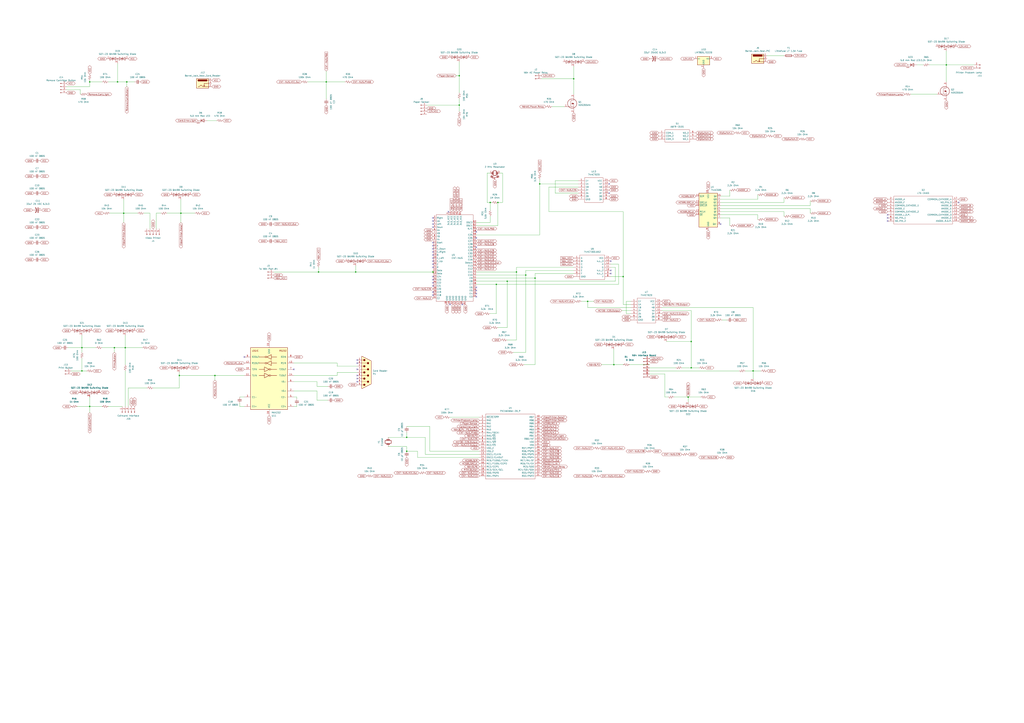
<source format=kicad_sch>
(kicad_sch (version 20230121) (generator eeschema)
  (paper "A1")
  (lib_symbols
    (symbol "74xx:74HC595"
      (property "Reference" "U" (at -7.62 13.97 0))
      (property "Value" "74HC595" (at -7.62 -16.51 0))
      (symbol "74HC595_1_0"
        (pin tri_state line (at 10.16 7.62 180) (length 2.54) (name "QB") (number "1"))
        (pin input line (at -10.16 2.54 0) (length 2.54) (name "~{SRCLR}") (number "10"))
        (pin input line (at -10.16 5.08 0) (length 2.54) (name "SRCLK") (number "11"))
        (pin input line (at -10.16 -2.54 0) (length 2.54) (name "RCLK") (number "12"))
        (pin input line (at -10.16 -5.08 0) (length 2.54) (name "~{OE}") (number "13"))
        (pin input line (at -10.16 10.16 0) (length 2.54) (name "SER") (number "14"))
        (pin tri_state line (at 10.16 10.16 180) (length 2.54) (name "QA") (number "15"))
        (pin power_in line (at 0 15.24 270) (length 2.54) (name "VCC") (number "16"))
        (pin tri_state line (at 10.16 5.08 180) (length 2.54) (name "QC") (number "2"))
        (pin tri_state line (at 10.16 2.54 180) (length 2.54) (name "QD") (number "3"))
        (pin tri_state line (at 10.16 0 180) (length 2.54) (name "QE") (number "4"))
        (pin tri_state line (at 10.16 -2.54 180) (length 2.54) (name "QF") (number "5"))
        (pin tri_state line (at 10.16 -5.08 180) (length 2.54) (name "QG") (number "6"))
        (pin tri_state line (at 10.16 -7.62 180) (length 2.54) (name "QH") (number "7"))
        (pin power_in line (at 0 -17.78 90) (length 2.54) (name "GND") (number "8"))
        (pin output line (at 10.16 -12.7 180) (length 2.54) (name "QH'") (number "9"))
      )
    )
    (symbol "Connector:Barrel_Jack_Switch" (pin_names hide)
      (property "Reference" "J" (at 0 5.334 0))
      (property "Value" "Barrel_Jack_Switch" (at 0 -5.08 0))
      (symbol "Barrel_Jack_Switch_1_1"
        (pin passive line (at 7.62 2.54 180) (length 2.54) (name "~") (number "1"))
        (pin passive line (at 7.62 -2.54 180) (length 2.54) (name "~") (number "2"))
        (pin passive line (at 7.62 0 180) (length 2.54) (name "~") (number "3"))
      )
    )
    (symbol "Connector:Conn_01x02_Male" (pin_names (offset 1.016) hide)
      (property "Reference" "J" (at 0 2.54 0))
      (property "Value" "Conn_01x02_Male" (at 0 -5.08 0))
      (symbol "Conn_01x02_Male_1_1"
        (pin passive line (at 5.08 0 180) (length 3.81) (name "Pin_1") (number "1"))
        (pin passive line (at 5.08 -2.54 180) (length 3.81) (name "Pin_2") (number "2"))
      )
    )
    (symbol "Connector:Conn_01x03_Male" (pin_names (offset 1.016) hide)
      (property "Reference" "J" (at 0 5.08 0))
      (property "Value" "Conn_01x03_Male" (at 0 -5.08 0))
      (symbol "Conn_01x03_Male_1_1"
        (pin passive line (at 5.08 2.54 180) (length 3.81) (name "Pin_1") (number "1"))
        (pin passive line (at 5.08 0 180) (length 3.81) (name "Pin_2") (number "2"))
        (pin passive line (at 5.08 -2.54 180) (length 3.81) (name "Pin_3") (number "3"))
      )
    )
    (symbol "Connector:Conn_01x04_Male" (pin_names (offset 1.016) hide)
      (property "Reference" "J" (at 0 5.08 0))
      (property "Value" "Conn_01x04_Male" (at 0 -7.62 0))
      (symbol "Conn_01x04_Male_1_1"
        (pin passive line (at 5.08 2.54 180) (length 3.81) (name "Pin_1") (number "1"))
        (pin passive line (at 5.08 0 180) (length 3.81) (name "Pin_2") (number "2"))
        (pin passive line (at 5.08 -2.54 180) (length 3.81) (name "Pin_3") (number "3"))
        (pin passive line (at 5.08 -5.08 180) (length 3.81) (name "Pin_4") (number "4"))
      )
    )
    (symbol "Connector:Conn_01x05_Male" (pin_names (offset 1.016) hide)
      (property "Reference" "J" (at 0 7.62 0))
      (property "Value" "Conn_01x05_Male" (at 0 -7.62 0))
      (symbol "Conn_01x05_Male_1_1"
        (pin passive line (at 5.08 5.08 180) (length 3.81) (name "Pin_1") (number "1"))
        (pin passive line (at 5.08 2.54 180) (length 3.81) (name "Pin_2") (number "2"))
        (pin passive line (at 5.08 0 180) (length 3.81) (name "Pin_3") (number "3"))
        (pin passive line (at 5.08 -2.54 180) (length 3.81) (name "Pin_4") (number "4"))
        (pin passive line (at 5.08 -5.08 180) (length 3.81) (name "Pin_5") (number "5"))
      )
    )
    (symbol "Connector:Conn_01x07_Male" (pin_names (offset 1.016) hide)
      (property "Reference" "J" (at 0 10.16 0))
      (property "Value" "Conn_01x07_Male" (at 0 -10.16 0))
      (symbol "Conn_01x07_Male_1_1"
        (pin passive line (at 5.08 7.62 180) (length 3.81) (name "Pin_1") (number "1"))
        (pin passive line (at 5.08 5.08 180) (length 3.81) (name "Pin_2") (number "2"))
        (pin passive line (at 5.08 2.54 180) (length 3.81) (name "Pin_3") (number "3"))
        (pin passive line (at 5.08 0 180) (length 3.81) (name "Pin_4") (number "4"))
        (pin passive line (at 5.08 -2.54 180) (length 3.81) (name "Pin_5") (number "5"))
        (pin passive line (at 5.08 -5.08 180) (length 3.81) (name "Pin_6") (number "6"))
        (pin passive line (at 5.08 -7.62 180) (length 3.81) (name "Pin_7") (number "7"))
      )
    )
    (symbol "Connector:DB9_Male" (pin_names (offset 1.016) hide)
      (property "Reference" "J" (at 0 13.97 0))
      (property "Value" "DB9_Male" (at 0 -14.605 0))
      (symbol "DB9_Male_1_1"
        (pin passive line (at -7.62 -10.16 0) (length 3.81) (name "1") (number "1"))
        (pin passive line (at -7.62 -5.08 0) (length 3.81) (name "2") (number "2"))
        (pin passive line (at -7.62 0 0) (length 3.81) (name "3") (number "3"))
        (pin passive line (at -7.62 5.08 0) (length 3.81) (name "4") (number "4"))
        (pin passive line (at -7.62 10.16 0) (length 3.81) (name "5") (number "5"))
        (pin passive line (at -7.62 -7.62 0) (length 3.81) (name "6") (number "6"))
        (pin passive line (at -7.62 -2.54 0) (length 3.81) (name "7") (number "7"))
        (pin passive line (at -7.62 2.54 0) (length 3.81) (name "8") (number "8"))
        (pin passive line (at -7.62 7.62 0) (length 3.81) (name "9") (number "9"))
      )
    )
    (symbol "Device:C_Polarized_US" (pin_numbers hide) (pin_names (offset 0.254) hide)
      (property "Reference" "C" (at 0.635 2.54 0))
      (property "Value" "C_Polarized_US" (at 0.635 -2.54 0))
      (symbol "C_Polarized_US_1_1"
        (pin passive line (at 0 3.81 270) (length 2.794) (name "~") (number "1"))
        (pin passive line (at 0 -3.81 90) (length 3.302) (name "~") (number "2"))
      )
    )
    (symbol "Device:C_Small" (pin_numbers hide) (pin_names (offset 0.254) hide)
      (property "Reference" "C" (at 0.254 1.778 0))
      (property "Value" "C_Small" (at 0.254 -2.032 0))
      (symbol "C_Small_1_1"
        (pin passive line (at 0 2.54 270) (length 2.032) (name "~") (number "1"))
        (pin passive line (at 0 -2.54 90) (length 2.032) (name "~") (number "2"))
      )
    )
    (symbol "Device:Crystal" (pin_numbers hide) (pin_names (offset 1.016) hide)
      (property "Reference" "Y" (at 0 3.81 0))
      (property "Value" "Crystal" (at 0 -3.81 0))
      (symbol "Crystal_1_1"
        (pin passive line (at -3.81 0 0) (length 1.27) (name "1") (number "1"))
        (pin passive line (at 3.81 0 180) (length 1.27) (name "2") (number "2"))
      )
    )
    (symbol "Device:Fuse" (pin_numbers hide) (pin_names (offset 0))
      (property "Reference" "F" (at 2.032 0 90))
      (property "Value" "Fuse" (at -1.905 0 90))
      (symbol "Fuse_1_1"
        (pin passive line (at 0 3.81 270) (length 1.27) (name "~") (number "1"))
        (pin passive line (at 0 -3.81 90) (length 1.27) (name "~") (number "2"))
      )
    )
    (symbol "Device:LED" (pin_numbers hide) (pin_names (offset 1.016) hide)
      (property "Reference" "D" (at 0 2.54 0))
      (property "Value" "LED" (at 0 -2.54 0))
      (symbol "LED_1_1"
        (pin passive line (at -3.81 0 0) (length 2.54) (name "K") (number "1"))
        (pin passive line (at 3.81 0 180) (length 2.54) (name "A") (number "2"))
      )
    )
    (symbol "Device:R_Small_US" (pin_numbers hide) (pin_names (offset 0.254) hide)
      (property "Reference" "R" (at 0.762 0.508 0))
      (property "Value" "R_Small_US" (at 0.762 -1.016 0))
      (symbol "R_Small_US_1_1"
        (pin passive line (at 0 2.54 270) (length 1.016) (name "~") (number "1"))
        (pin passive line (at 0 -2.54 90) (length 1.016) (name "~") (number "2"))
      )
    )
    (symbol "Device:Resonator" (pin_names (offset 1.016) hide)
      (property "Reference" "Y" (at 0 5.715 0))
      (property "Value" "Resonator" (at 0 3.81 0))
      (symbol "Resonator_1_1"
        (pin passive line (at -3.81 0 0) (length 1.27) (name "1") (number "1"))
        (pin passive line (at 0 -5.08 90) (length 1.27) (name "2") (number "2"))
        (pin passive line (at 3.81 0 180) (length 1.27) (name "3") (number "3"))
      )
    )
    (symbol "Diode:SM712_SOT23" (pin_names (offset 1.016) hide)
      (property "Reference" "D" (at 0 4.445 0))
      (property "Value" "SM712_SOT23" (at 0 2.54 0))
      (symbol "SM712_SOT23_1_1"
        (pin passive line (at -8.89 0 0) (length 2.54) (name "A1") (number "1"))
        (pin passive line (at 8.89 0 180) (length 2.54) (name "A2") (number "2"))
        (pin input line (at 0 -3.81 90) (length 2.54) (name "common") (number "3"))
      )
    )
    (symbol "Interface_UART:MAX232" (pin_names (offset 1.016))
      (property "Reference" "U" (at -2.54 28.575 0))
      (property "Value" "MAX232" (at -2.54 26.67 0))
      (symbol "MAX232_0_0"
        (text "LOGIC" (at -11.43 -22.86 0) (effects (font (size 1.27 1.27))))
        (text "RS232" (at 11.43 -22.86 0) (effects (font (size 1.27 1.27))))
      )
      (symbol "MAX232_1_1"
        (pin passive line (at -20.32 22.86 0) (length 5.08) (name "C1+") (number "1"))
        (pin input line (at -20.32 -7.62 0) (length 5.08) (name "T2IN") (number "10"))
        (pin input line (at -20.32 -2.54 0) (length 5.08) (name "T1IN") (number "11"))
        (pin output line (at -20.32 -12.7 0) (length 5.08) (name "R1OUT") (number "12"))
        (pin input line (at 20.32 -12.7 180) (length 5.08) (name "R1IN") (number "13"))
        (pin output line (at 20.32 -2.54 180) (length 5.08) (name "T1OUT") (number "14"))
        (pin power_in line (at 0 -30.48 90) (length 5.08) (name "GND") (number "15"))
        (pin power_in line (at 0 30.48 270) (length 5.08) (name "VCC") (number "16"))
        (pin power_out line (at 20.32 10.16 180) (length 5.08) (name "VS+") (number "2"))
        (pin passive line (at -20.32 15.24 0) (length 5.08) (name "C1-") (number "3"))
        (pin passive line (at 20.32 22.86 180) (length 5.08) (name "C2+") (number "4"))
        (pin passive line (at 20.32 15.24 180) (length 5.08) (name "C2-") (number "5"))
        (pin power_out line (at 20.32 2.54 180) (length 5.08) (name "VS-") (number "6"))
        (pin output line (at 20.32 -7.62 180) (length 5.08) (name "T2OUT") (number "7"))
        (pin input line (at 20.32 -17.78 180) (length 5.08) (name "R2IN") (number "8"))
        (pin output line (at -20.32 -17.78 0) (length 5.08) (name "R2OUT") (number "9"))
      )
    )
    (symbol "Regulator_Linear:LM7805_TO220" (pin_names (offset 0.254))
      (property "Reference" "U" (at -3.81 3.175 0))
      (property "Value" "LM7805_TO220" (at 0 3.175 0))
      (symbol "LM7805_TO220_1_1"
        (pin power_in line (at -7.62 0 0) (length 2.54) (name "VI") (number "1"))
        (pin power_in line (at 0 -7.62 90) (length 2.54) (name "GND") (number "2"))
        (pin power_out line (at 7.62 0 180) (length 2.54) (name "VO") (number "3"))
      )
    )
    (symbol "Snap_Station:74HCT02D" (pin_names (offset 0.762))
      (property "Reference" "IC" (at 21.59 7.62 0))
      (property "Value" "74HCT02D" (at 21.59 5.08 0))
      (symbol "74HCT02D_0_0"
        (pin passive line (at 0 0 0) (length 5.08) (name "1Y") (number "1"))
        (pin passive line (at 25.4 -10.16 180) (length 5.08) (name "3Y") (number "10"))
        (pin passive line (at 25.4 -7.62 180) (length 5.08) (name "4A") (number "11"))
        (pin passive line (at 25.4 -5.08 180) (length 5.08) (name "4B") (number "12"))
        (pin passive line (at 25.4 -2.54 180) (length 5.08) (name "4Y") (number "13"))
        (pin passive line (at 25.4 0 180) (length 5.08) (name "VCC") (number "14"))
        (pin passive line (at 0 -2.54 0) (length 5.08) (name "1A") (number "2"))
        (pin passive line (at 0 -5.08 0) (length 5.08) (name "1B") (number "3"))
        (pin passive line (at 0 -7.62 0) (length 5.08) (name "2Y") (number "4"))
        (pin passive line (at 0 -10.16 0) (length 5.08) (name "2A") (number "5"))
        (pin passive line (at 0 -12.7 0) (length 5.08) (name "2B") (number "6"))
        (pin passive line (at 0 -15.24 0) (length 5.08) (name "GND") (number "7"))
        (pin passive line (at 25.4 -15.24 180) (length 5.08) (name "3A") (number "8"))
        (pin passive line (at 25.4 -12.7 180) (length 5.08) (name "3B") (number "9"))
      )
    )
    (symbol "Snap_Station:74HCT30D,652" (pin_names (offset 0.762))
      (property "Reference" "IC" (at 26.67 7.62 0))
      (property "Value" "74HCT30D,652" (at 26.67 5.08 0))
      (symbol "74HCT30D,652_0_0"
        (pin passive line (at 0 0 0) (length 5.08) (name "A") (number "1"))
        (pin passive line (at 30.48 -10.16 180) (length 5.08) (name "n.c._2") (number "10"))
        (pin passive line (at 30.48 -7.62 180) (length 5.08) (name "G") (number "11"))
        (pin passive line (at 30.48 -5.08 180) (length 5.08) (name "H") (number "12"))
        (pin passive line (at 30.48 -2.54 180) (length 5.08) (name "n.c._3") (number "13"))
        (pin passive line (at 30.48 0 180) (length 5.08) (name "VCC") (number "14"))
        (pin passive line (at 0 -2.54 0) (length 5.08) (name "B") (number "2"))
        (pin passive line (at 0 -5.08 0) (length 5.08) (name "C") (number "3"))
        (pin passive line (at 0 -7.62 0) (length 5.08) (name "D") (number "4"))
        (pin passive line (at 0 -10.16 0) (length 5.08) (name "E") (number "5"))
        (pin passive line (at 0 -12.7 0) (length 5.08) (name "F") (number "6"))
        (pin passive line (at 0 -15.24 0) (length 5.08) (name "GND") (number "7"))
        (pin passive line (at 30.48 -15.24 180) (length 5.08) (name "Y") (number "8"))
        (pin passive line (at 30.48 -12.7 180) (length 5.08) (name "n.c._1") (number "9"))
      )
    )
    (symbol "Snap_Station:A6FR-3101" (pin_names (offset 0.762))
      (property "Reference" "S" (at 26.67 7.62 0))
      (property "Value" "A6FR-3101" (at 26.67 5.08 0))
      (symbol "A6FR-3101_0_0"
        (pin passive line (at 0 0 0) (length 5.08) (name "COM_1") (number "1"))
        (pin passive line (at 0 -2.54 0) (length 5.08) (name "COM_2") (number "2"))
        (pin passive line (at 0 -5.08 0) (length 5.08) (name "COM_3") (number "3"))
        (pin passive line (at 30.48 -5.08 180) (length 5.08) (name "NO_1") (number "4"))
        (pin passive line (at 30.48 -2.54 180) (length 5.08) (name "NO_2") (number "5"))
        (pin passive line (at 30.48 0 180) (length 5.08) (name "NO_3") (number "6"))
      )
    )
    (symbol "Snap_Station:CNT-NUS"
      (property "Reference" "U5" (at -2.54 1.27 0))
      (property "Value" "CNT-NUS" (at -2.54 -1.27 0))
      (symbol "CNT-NUS_1_1"
        (pin power_in line (at -5.08 36.83 270) (length 2.54) (name "3v3_VCC") (number "1"))
        (pin power_in line (at -2.54 36.83 270) (length 2.54) (name "3v3_VCC") (number "10"))
        (pin bidirectional line (at -17.78 11.43 0) (length 2.54) (name "Start") (number "11"))
        (pin bidirectional line (at -17.78 8.89 0) (length 2.54) (name "A") (number "12"))
        (pin bidirectional line (at -17.78 6.35 0) (length 2.54) (name "C_Down") (number "13"))
        (pin bidirectional line (at -17.78 3.81 0) (length 2.54) (name "C_Right") (number "14"))
        (pin bidirectional line (at -17.78 1.27 0) (length 2.54) (name "B") (number "15"))
        (pin bidirectional line (at -17.78 -1.27 0) (length 2.54) (name "C_Left") (number "16"))
        (pin bidirectional line (at -17.78 -3.81 0) (length 2.54) (name "C_Up") (number "17"))
        (pin power_in line (at -6.35 -39.37 90) (length 2.54) (name "GND") (number "18"))
        (pin power_in line (at -3.81 -39.37 90) (length 2.54) (name "GND") (number "19"))
        (pin bidirectional line (at -17.78 31.75 0) (length 2.54) (name "Right") (number "2"))
        (pin bidirectional line (at -17.78 -6.35 0) (length 2.54) (name "Z") (number "20"))
        (pin bidirectional line (at -17.78 -8.89 0) (length 2.54) (name "R") (number "21"))
        (pin bidirectional line (at -17.78 -11.43 0) (length 2.54) (name "Data") (number "22"))
        (pin bidirectional line (at -17.78 -13.97 0) (length 2.54) (name "Data") (number "23"))
        (pin bidirectional line (at -17.78 -16.51 0) (length 2.54) (name "E24") (number "24"))
        (pin bidirectional line (at -17.78 -19.05 0) (length 2.54) (name "E23") (number "25"))
        (pin bidirectional line (at -17.78 -21.59 0) (length 2.54) (name "E22") (number "26"))
        (pin bidirectional line (at -17.78 -24.13 0) (length 2.54) (name "E21") (number "27"))
        (pin bidirectional line (at -17.78 -26.67 0) (length 2.54) (name "E20") (number "28"))
        (pin bidirectional line (at -17.78 -29.21 0) (length 2.54) (name "E19") (number "29"))
        (pin bidirectional line (at -17.78 29.21 0) (length 2.54) (name "Up") (number "3"))
        (pin bidirectional line (at -17.78 -31.75 0) (length 2.54) (name "E18") (number "30"))
        (pin bidirectional line (at -17.78 -34.29 0) (length 2.54) (name "E2") (number "31"))
        (pin power_in line (at -1.27 -39.37 90) (length 2.54) (name "GND") (number "32"))
        (pin power_in line (at 0 36.83 270) (length 2.54) (name "3v3_VCC") (number "33"))
        (pin bidirectional line (at 17.78 -33.02 180) (length 2.54) (name "E3") (number "34"))
        (pin bidirectional line (at 17.78 -30.48 180) (length 2.54) (name "E4") (number "35"))
        (pin bidirectional line (at 17.78 -27.94 180) (length 2.54) (name "E5") (number "36"))
        (pin bidirectional line (at 17.78 -25.4 180) (length 2.54) (name "E6") (number "37"))
        (pin bidirectional line (at 17.78 -22.86 180) (length 2.54) (name "E7") (number "38"))
        (pin bidirectional line (at 17.78 -20.32 180) (length 2.54) (name "E8") (number "39"))
        (pin bidirectional line (at -17.78 26.67 0) (length 2.54) (name "Left") (number "4"))
        (pin power_in line (at 2.54 36.83 270) (length 2.54) (name "3v3_VCC") (number "40"))
        (pin bidirectional line (at 17.78 -17.78 180) (length 2.54) (name "E9") (number "41"))
        (pin bidirectional line (at 17.78 -15.24 180) (length 2.54) (name "E10") (number "42"))
        (pin bidirectional line (at 17.78 -12.7 180) (length 2.54) (name "E11") (number "43"))
        (pin bidirectional line (at 17.78 -10.16 180) (length 2.54) (name "E12") (number "44"))
        (pin bidirectional line (at 17.78 -7.62 180) (length 2.54) (name "E13") (number "45"))
        (pin bidirectional line (at 17.78 -5.08 180) (length 2.54) (name "Detect") (number "46"))
        (pin bidirectional line (at 17.78 -2.54 180) (length 2.54) (name "E16") (number "47"))
        (pin bidirectional line (at 17.78 0 180) (length 2.54) (name "E32") (number "48"))
        (pin bidirectional line (at 17.78 2.54 180) (length 2.54) (name "E30") (number "49"))
        (pin bidirectional line (at -17.78 24.13 0) (length 2.54) (name "Down") (number "5"))
        (pin bidirectional line (at 17.78 5.08 180) (length 2.54) (name "E29") (number "50"))
        (pin bidirectional line (at 17.78 7.62 180) (length 2.54) (name "E29") (number "51"))
        (pin power_in line (at 1.27 -39.37 90) (length 2.54) (name "GND") (number "52"))
        (pin bidirectional line (at 17.78 10.16 180) (length 2.54) (name "E28") (number "53"))
        (pin bidirectional line (at 17.78 12.7 180) (length 2.54) (name "E27") (number "54"))
        (pin bidirectional line (at 17.78 15.24 180) (length 2.54) (name "E26") (number "55"))
        (pin bidirectional line (at 17.78 17.78 180) (length 2.54) (name "E25") (number "56"))
        (pin power_in line (at 3.81 -39.37 90) (length 2.54) (name "GND") (number "57"))
        (pin bidirectional line (at 17.78 20.32 180) (length 2.54) (name "L") (number "58"))
        (pin power_in line (at 6.35 -39.37 90) (length 2.54) (name "GND") (number "59"))
        (pin bidirectional line (at -17.78 21.59 0) (length 2.54) (name "XA") (number "6"))
        (pin bidirectional line (at 17.78 22.86 180) (length 2.54) (name "N/C") (number "60"))
        (pin power_in line (at 8.89 -39.37 90) (length 2.54) (name "GND") (number "61"))
        (pin bidirectional line (at 17.78 25.4 180) (length 2.54) (name "OSC1") (number "62"))
        (pin bidirectional line (at 17.78 27.94 180) (length 2.54) (name "OSC2") (number "63"))
        (pin power_in line (at 5.08 36.83 270) (length 2.54) (name "3v3_VCC") (number "64"))
        (pin bidirectional line (at -17.78 19.05 0) (length 2.54) (name "XB") (number "7"))
        (pin bidirectional line (at -17.78 16.51 0) (length 2.54) (name "YB") (number "8"))
        (pin bidirectional line (at -17.78 13.97 0) (length 2.54) (name "YA") (number "9"))
      )
    )
    (symbol "Snap_Station:LTS-3403LG" (pin_names (offset 0.762))
      (property "Reference" "DS" (at 54.61 7.62 0))
      (property "Value" "LTS-3403LG" (at 54.61 5.08 0))
      (symbol "LTS-3403LG_0_0"
        (pin passive line (at 58.42 -17.78 180) (length 5.08) (name "ANODE_R.D.P.") (number "10"))
        (pin passive line (at 58.42 -15.24 180) (length 5.08) (name "ANODE_D") (number "11"))
        (pin passive line (at 58.42 -12.7 180) (length 5.08) (name "COMMON_CATHODE_3") (number "12"))
        (pin passive line (at 58.42 -10.16 180) (length 5.08) (name "ANODE_C") (number "13"))
        (pin passive line (at 58.42 -7.62 180) (length 5.08) (name "ANODE_G") (number "14"))
        (pin passive line (at 58.42 -5.08 180) (length 5.08) (name "ANODE_B") (number "15"))
        (pin passive line (at 58.42 -2.54 180) (length 5.08) (name "NO_PIN_3") (number "16"))
        (pin passive line (at 58.42 0 180) (length 5.08) (name "COMMON_CATHODE_4") (number "17"))
        (pin passive line (at 0 0 0) (length 5.08) (name "ANODE_A") (number "2"))
        (pin passive line (at 0 -2.54 0) (length 5.08) (name "ANODE_F") (number "3"))
        (pin passive line (at 0 -5.08 0) (length 5.08) (name "COMMON_CATHODE_1") (number "4"))
        (pin passive line (at 0 -7.62 0) (length 5.08) (name "ANODE_E") (number "5"))
        (pin passive line (at 0 -10.16 0) (length 5.08) (name "COMMON_CATHODE_2") (number "6"))
        (pin passive line (at 0 -12.7 0) (length 5.08) (name "ANODE_L.D.P.") (number "7"))
        (pin passive line (at 0 -15.24 0) (length 5.08) (name "NO_PIN_1") (number "8"))
        (pin passive line (at 0 -17.78 0) (length 5.08) (name "NO_PIN_2") (number "9"))
      )
    )
    (symbol "Snap_Station:NDS356AP" (pin_names (offset 0.762))
      (property "Reference" "Q" (at 11.43 3.81 0))
      (property "Value" "NDS356AP" (at 11.43 1.27 0))
      (symbol "NDS356AP_0_0"
        (pin passive line (at 0 0 0) (length 2.54) (name "~") (number "1"))
        (pin passive line (at 7.62 -5.08 90) (length 2.54) (name "~") (number "2"))
        (pin passive line (at 7.62 10.16 270) (length 2.54) (name "~") (number "3"))
      )
    )
    (symbol "Snap_Station:PIC16C65A-10_P" (pin_names (offset 0.762))
      (property "Reference" "IC" (at 46.99 7.62 0))
      (property "Value" "PIC16C65A-10_P" (at 46.99 5.08 0))
      (symbol "PIC16C65A-10_P_0_0"
        (pin passive line (at 0 0 0) (length 5.08) (name "~{MCLR/VPP}") (number "1"))
        (pin passive line (at 0 -22.86 0) (length 5.08) (name "RE2/~{CS}") (number "10"))
        (pin passive line (at 0 -25.4 0) (length 5.08) (name "VDD_2") (number "11"))
        (pin passive line (at 0 -27.94 0) (length 5.08) (name "VSS_2") (number "12"))
        (pin passive line (at 0 -30.48 0) (length 5.08) (name "OSC1/CLKIN") (number "13"))
        (pin passive line (at 0 -33.02 0) (length 5.08) (name "OSC2/CLKOUT") (number "14"))
        (pin passive line (at 0 -35.56 0) (length 5.08) (name "RC0/T1OSO/T1CKI") (number "15"))
        (pin passive line (at 0 -38.1 0) (length 5.08) (name "RC1/T1OSI/CCP2") (number "16"))
        (pin passive line (at 0 -40.64 0) (length 5.08) (name "RC2/CCP1") (number "17"))
        (pin passive line (at 0 -43.18 0) (length 5.08) (name "RC3/SCK/SCL") (number "18"))
        (pin passive line (at 0 -45.72 0) (length 5.08) (name "RD0/PSP0") (number "19"))
        (pin passive line (at 0 -2.54 0) (length 5.08) (name "RA0") (number "2"))
        (pin passive line (at 0 -48.26 0) (length 5.08) (name "RD1/PSP1") (number "20"))
        (pin passive line (at 50.8 -48.26 180) (length 5.08) (name "RD2/PSP2") (number "21"))
        (pin passive line (at 50.8 -45.72 180) (length 5.08) (name "RD3/PSP3") (number "22"))
        (pin passive line (at 50.8 -43.18 180) (length 5.08) (name "RC4/SDI/SDA") (number "23"))
        (pin passive line (at 50.8 -40.64 180) (length 5.08) (name "RC5/SDO") (number "24"))
        (pin passive line (at 50.8 -38.1 180) (length 5.08) (name "RC6/TX/CK") (number "25"))
        (pin passive line (at 50.8 -35.56 180) (length 5.08) (name "RC7/RX/DT") (number "26"))
        (pin passive line (at 50.8 -33.02 180) (length 5.08) (name "RD4/PSP4") (number "27"))
        (pin passive line (at 50.8 -30.48 180) (length 5.08) (name "RD5/PSP5") (number "28"))
        (pin passive line (at 50.8 -27.94 180) (length 5.08) (name "RD6/PSP6") (number "29"))
        (pin passive line (at 0 -5.08 0) (length 5.08) (name "RA1") (number "3"))
        (pin passive line (at 50.8 -25.4 180) (length 5.08) (name "RD7/PSP7") (number "30"))
        (pin passive line (at 50.8 -22.86 180) (length 5.08) (name "VSS") (number "31"))
        (pin passive line (at 50.8 -20.32 180) (length 5.08) (name "VDD") (number "32"))
        (pin passive line (at 50.8 -17.78 180) (length 5.08) (name "RB0/INT") (number "33"))
        (pin passive line (at 50.8 -15.24 180) (length 5.08) (name "RB1") (number "34"))
        (pin passive line (at 50.8 -12.7 180) (length 5.08) (name "RB2") (number "35"))
        (pin passive line (at 50.8 -10.16 180) (length 5.08) (name "RB3") (number "36"))
        (pin passive line (at 50.8 -7.62 180) (length 5.08) (name "RB4") (number "37"))
        (pin passive line (at 50.8 -5.08 180) (length 5.08) (name "RB5") (number "38"))
        (pin passive line (at 50.8 -2.54 180) (length 5.08) (name "RB6") (number "39"))
        (pin passive line (at 0 -7.62 0) (length 5.08) (name "RA2") (number "4"))
        (pin passive line (at 50.8 0 180) (length 5.08) (name "RB7") (number "40"))
        (pin passive line (at 0 -10.16 0) (length 5.08) (name "RA3") (number "5"))
        (pin passive line (at 0 -12.7 0) (length 5.08) (name "RA4/T0CKI") (number "6"))
        (pin passive line (at 0 -15.24 0) (length 5.08) (name "RA5/~{SS}") (number "7"))
        (pin passive line (at 0 -17.78 0) (length 5.08) (name "RE0/~{RD}") (number "8"))
        (pin passive line (at 0 -20.32 0) (length 5.08) (name "RE1/~{WR}") (number "9"))
      )
    )
  )
  (junction (at 416.56 231.14))
  (junction (at 567.69 302.26))
  (junction (at 102.87 285.75))
  (junction (at 377.19 86.36))
  (junction (at 292.1 223.52))
  (junction (at 402.59 166.37))
  (junction (at 482.6 247.65))
  (junction (at 408.94 166.37))
  (junction (at 104.14 67.31))
  (junction (at 261.62 223.52))
  (junction (at 471.17 64.77))
  (junction (at 777.24 53.34))
  (junction (at 355.6 223.52))
  (junction (at 407.67 233.68))
  (junction (at 431.8 226.06))
  (junction (at 147.32 308.61))
  (junction (at 618.49 304.8))
  (junction (at 334.01 370.84))
  (junction (at 93.98 285.75))
  (junction (at 424.18 223.52))
  (junction (at 443.23 151.13))
  (junction (at 334.01 359.41))
  (junction (at 67.31 304.8))
  (junction (at 96.52 67.31))
  (junction (at 567.69 280.67))
  (junction (at 511.81 227.33))
  (junction (at 148.59 175.26))
  (junction (at 565.15 326.39))
  (junction (at 67.31 285.75))
  (junction (at 504.19 299.72))
  (junction (at 73.66 334.01))
  (junction (at 267.97 67.31))
  (junction (at 101.6 175.26))
  (junction (at 176.53 308.61))
  (junction (at 439.42 228.6))
  (junction (at 377.19 62.23))
  (junction (at 73.66 67.31))
  (no_connect (at 355.6 217.17))
  (no_connect (at 355.6 204.47))
  (no_connect (at 355.6 207.01))
  (no_connect (at 500.38 151.13))
  (no_connect (at 293.37 303.53))
  (no_connect (at 391.16 243.84))
  (no_connect (at 355.6 199.39))
  (no_connect (at 355.6 186.69))
  (no_connect (at 391.16 241.3))
  (no_connect (at 391.16 190.5))
  (no_connect (at 728.98 176.53))
  (no_connect (at 355.6 229.87))
  (no_connect (at 591.82 184.15))
  (no_connect (at 293.37 298.45))
  (no_connect (at 293.37 311.15))
  (no_connect (at 355.6 234.95))
  (no_connect (at 369.57 250.19))
  (no_connect (at 355.6 232.41))
  (no_connect (at 355.6 181.61))
  (no_connect (at 293.37 295.91))
  (no_connect (at 379.73 250.19))
  (no_connect (at 355.6 179.07))
  (no_connect (at 241.3 303.53))
  (no_connect (at 787.4 166.37))
  (no_connect (at 355.6 184.15))
  (no_connect (at 355.6 219.71))
  (no_connect (at 355.6 214.63))
  (no_connect (at 500.38 158.75))
  (no_connect (at 293.37 313.69))
  (no_connect (at 355.6 242.57))
  (no_connect (at 728.98 179.07))
  (no_connect (at 391.16 203.2))
  (no_connect (at 293.37 308.61))
  (no_connect (at 501.65 222.25))
  (no_connect (at 391.16 238.76))
  (no_connect (at 200.66 293.37))
  (no_connect (at 355.6 227.33))
  (no_connect (at 728.98 181.61))
  (no_connect (at 355.6 240.03))
  (no_connect (at 355.6 212.09))
  (no_connect (at 501.65 214.63))
  (no_connect (at 368.3 173.99))
  (no_connect (at 355.6 201.93))
  (no_connect (at 391.16 236.22))
  (no_connect (at 355.6 209.55))
  (no_connect (at 391.16 195.58))
  (no_connect (at 501.65 224.79))
  (wire (pts (xy 424.18 219.71) (xy 471.17 219.71)))
  (wire (pts (xy 402.59 142.24) (xy 400.05 142.24)))
  (wire (pts (xy 548.64 326.39) (xy 546.1 326.39)))
  (wire (pts (xy 402.59 166.37) (xy 402.59 172.72)))
  (wire (pts (xy 511.81 173.99) (xy 511.81 227.33)))
  (wire (pts (xy 276.86 306.07) (xy 293.37 306.07)))
  (wire (pts (xy 567.69 280.67) (xy 567.69 255.27)))
  (wire (pts (xy 88.9 67.31) (xy 96.52 67.31)))
  (wire (pts (xy 66.04 73.66) (xy 66.04 77.47)))
  (wire (pts (xy 482.6 247.65) (xy 477.52 247.65)))
  (wire (pts (xy 67.31 285.75) (xy 78.74 285.75)))
  (wire (pts (xy 450.85 173.99) (xy 511.81 173.99)))
  (wire (pts (xy 148.59 163.83) (xy 148.59 175.26)))
  (wire (pts (xy 334.01 367.03) (xy 334.01 370.84)))
  (wire (pts (xy 444.5 64.77) (xy 471.17 64.77)))
  (wire (pts (xy 533.4 302.26) (xy 554.99 302.26)))
  (wire (pts (xy 128.27 175.26) (xy 132.08 175.26)))
  (wire (pts (xy 241.3 298.45) (xy 276.86 298.45)))
  (wire (pts (xy 105.41 334.01) (xy 105.41 318.77)))
  (wire (pts (xy 546.1 307.34) (xy 546.1 326.39)))
  (wire (pts (xy 353.06 370.84) (xy 353.06 350.52)))
  (wire (pts (xy 533.4 307.34) (xy 546.1 307.34)))
  (wire (pts (xy 591.82 166.37) (xy 643.89 166.37)))
  (wire (pts (xy 547.37 280.67) (xy 567.69 280.67)))
  (wire (pts (xy 553.72 326.39) (xy 565.15 326.39)))
  (wire (pts (xy 474.98 153.67) (xy 450.85 153.67)))
  (wire (pts (xy 393.7 370.84) (xy 353.06 370.84)))
  (wire (pts (xy 276.86 308.61) (xy 276.86 306.07)))
  (wire (pts (xy 482.6 252.73) (xy 518.16 252.73)))
  (wire (pts (xy 777.24 41.91) (xy 777.24 53.34)))
  (wire (pts (xy 591.82 171.45) (xy 665.48 171.45)))
  (wire (pts (xy 471.17 64.77) (xy 471.17 77.47)))
  (wire (pts (xy 516.89 299.72) (xy 533.4 299.72)))
  (wire (pts (xy 83.82 285.75) (xy 93.98 285.75)))
  (wire (pts (xy 276.86 300.99) (xy 293.37 300.99)))
  (wire (pts (xy 455.93 158.75) (xy 474.98 158.75)))
  (wire (pts (xy 511.81 250.19) (xy 518.16 250.19)))
  (wire (pts (xy 200.66 334.01) (xy 196.85 334.01)))
  (wire (pts (xy 412.75 142.24) (xy 412.75 166.37)))
  (wire (pts (xy 377.19 62.23) (xy 377.19 76.2)))
  (wire (pts (xy 505.46 219.71) (xy 501.65 219.71)))
  (wire (pts (xy 471.17 54.61) (xy 471.17 64.77)))
  (wire (pts (xy 292.1 223.52) (xy 292.1 218.44)))
  (wire (pts (xy 450.85 153.67) (xy 450.85 173.99)))
  (wire (pts (xy 400.05 142.24) (xy 400.05 166.37)))
  (wire (pts (xy 391.16 182.88) (xy 402.59 182.88)))
  (wire (pts (xy 147.32 308.61) (xy 147.32 306.07)))
  (wire (pts (xy 96.52 52.07) (xy 96.52 67.31)))
  (wire (pts (xy 241.3 321.31) (xy 260.35 321.31)))
  (wire (pts (xy 200.66 308.61) (xy 176.53 308.61)))
  (wire (pts (xy 618.49 252.73) (xy 618.49 304.8)))
  (wire (pts (xy 377.19 81.28) (xy 377.19 86.36)))
  (wire (pts (xy 67.31 285.75) (xy 67.31 289.56)))
  (wire (pts (xy 54.61 71.12) (xy 73.66 71.12)))
  (wire (pts (xy 123.19 175.26) (xy 118.11 175.26)))
  (wire (pts (xy 105.41 318.77) (xy 120.65 318.77)))
  (wire (pts (xy 753.11 53.34) (xy 758.19 53.34)))
  (wire (pts (xy 618.49 304.8) (xy 618.49 311.15)))
  (wire (pts (xy 334.01 370.84) (xy 342.9 370.84)))
  (wire (pts (xy 125.73 318.77) (xy 147.32 318.77)))
  (wire (pts (xy 283.21 67.31) (xy 267.97 67.31)))
  (wire (pts (xy 665.48 168.91) (xy 665.48 165.1)))
  (wire (pts (xy 471.17 224.79) (xy 439.42 224.79)))
  (wire (pts (xy 424.18 279.4) (xy 424.18 223.52)))
  (wire (pts (xy 241.3 334.01) (xy 243.84 334.01)))
  (wire (pts (xy 377.19 50.8) (xy 377.19 62.23)))
  (wire (pts (xy 148.59 175.26) (xy 148.59 182.88)))
  (wire (pts (xy 93.98 285.75) (xy 102.87 285.75)))
  (wire (pts (xy 148.59 175.26) (xy 160.02 175.26)))
  (wire (pts (xy 224.79 223.52) (xy 261.62 223.52)))
  (wire (pts (xy 599.44 161.29) (xy 599.44 156.21)))
  (wire (pts (xy 508 217.17) (xy 508 233.68)))
  (wire (pts (xy 543.56 252.73) (xy 618.49 252.73)))
  (wire (pts (xy 318.77 359.41) (xy 334.01 359.41)))
  (wire (pts (xy 292.1 223.52) (xy 261.62 223.52)))
  (wire (pts (xy 349.25 373.38) (xy 349.25 359.41)))
  (wire (pts (xy 96.52 67.31) (xy 104.14 67.31)))
  (wire (pts (xy 618.49 304.8) (xy 624.84 304.8)))
  (wire (pts (xy 374.65 62.23) (xy 377.19 62.23)))
  (wire (pts (xy 353.06 350.52) (xy 334.01 350.52)))
  (wire (pts (xy 565.15 326.39) (xy 575.31 326.39)))
  (wire (pts (xy 241.3 313.69) (xy 260.35 313.69)))
  (wire (pts (xy 482.6 247.65) (xy 487.68 247.65)))
  (wire (pts (xy 73.66 66.04) (xy 73.66 67.31)))
  (wire (pts (xy 391.16 193.04) (xy 443.23 193.04)))
  (wire (pts (xy 93.98 285.75) (xy 93.98 289.56)))
  (wire (pts (xy 431.8 289.56) (xy 431.8 226.06)))
  (wire (pts (xy 58.42 304.8) (xy 67.31 304.8)))
  (wire (pts (xy 591.82 161.29) (xy 599.44 161.29)))
  (wire (pts (xy 599.44 179.07) (xy 599.44 185.42)))
  (wire (pts (xy 622.3 176.53) (xy 622.3 180.34)))
  (wire (pts (xy 591.82 176.53) (xy 622.3 176.53)))
  (wire (pts (xy 416.56 279.4) (xy 424.18 279.4)))
  (wire (pts (xy 102.87 285.75) (xy 102.87 299.72)))
  (wire (pts (xy 355.6 222.25) (xy 355.6 223.52)))
  (wire (pts (xy 407.67 257.81) (xy 407.67 233.68)))
  (wire (pts (xy 593.09 262.89) (xy 596.9 262.89)))
  (wire (pts (xy 101.6 175.26) (xy 113.03 175.26)))
  (wire (pts (xy 102.87 304.8) (xy 102.87 334.01)))
  (wire (pts (xy 123.19 187.96) (xy 123.19 175.26)))
  (wire (pts (xy 355.6 223.52) (xy 355.6 224.79)))
  (wire (pts (xy 101.6 163.83) (xy 101.6 175.26)))
  (wire (pts (xy 196.85 334.01) (xy 196.85 331.47)))
  (wire (pts (xy 643.89 166.37) (xy 643.89 162.56)))
  (wire (pts (xy 137.16 175.26) (xy 148.59 175.26)))
  (wire (pts (xy 421.64 289.56) (xy 431.8 289.56)))
  (wire (pts (xy 128.27 187.96) (xy 128.27 175.26)))
  (wire (pts (xy 407.67 233.68) (xy 508 233.68)))
  (wire (pts (xy 567.69 302.26) (xy 574.04 302.26)))
  (wire (pts (xy 73.66 334.01) (xy 73.66 339.09)))
  (wire (pts (xy 643.89 173.99) (xy 643.89 177.8)))
  (wire (pts (xy 241.3 326.39) (xy 243.84 326.39)))
  (wire (pts (xy 514.35 257.81) (xy 514.35 247.65)))
  (wire (pts (xy 260.35 313.69) (xy 260.35 317.5)))
  (wire (pts (xy 560.07 302.26) (xy 567.69 302.26)))
  (wire (pts (xy 391.16 185.42) (xy 408.94 185.42)))
  (wire (pts (xy 591.82 179.07) (xy 599.44 179.07)))
  (wire (pts (xy 443.23 151.13) (xy 474.98 151.13)))
  (wire (pts (xy 67.31 275.59) (xy 67.31 285.75)))
  (wire (pts (xy 267.97 67.31) (xy 252.73 67.31)))
  (wire (pts (xy 196.85 326.39) (xy 200.66 326.39)))
  (wire (pts (xy 355.6 223.52) (xy 292.1 223.52)))
  (wire (pts (xy 443.23 147.32) (xy 443.23 151.13)))
  (wire (pts (xy 591.82 168.91) (xy 665.48 168.91)))
  (wire (pts (xy 267.97 58.42) (xy 267.97 67.31)))
  (wire (pts (xy 73.66 67.31) (xy 73.66 71.12)))
  (wire (pts (xy 350.52 86.36) (xy 377.19 86.36)))
  (wire (pts (xy 612.14 304.8) (xy 618.49 304.8)))
  (wire (pts (xy 565.15 326.39) (xy 565.15 330.2)))
  (wire (pts (xy 408.94 269.24) (xy 416.56 269.24)))
  (wire (pts (xy 176.53 308.61) (xy 147.32 308.61)))
  (wire (pts (xy 402.59 166.37) (xy 403.86 166.37)))
  (wire (pts (xy 777.24 53.34) (xy 800.1 53.34)))
  (wire (pts (xy 63.5 334.01) (xy 73.66 334.01)))
  (wire (pts (xy 261.62 223.52) (xy 261.62 219.71)))
  (wire (pts (xy 260.35 321.31) (xy 260.35 328.93)))
  (wire (pts (xy 501.65 227.33) (xy 511.81 227.33)))
  (wire (pts (xy 267.97 67.31) (xy 267.97 81.28)))
  (wire (pts (xy 416.56 269.24) (xy 416.56 231.14)))
  (wire (pts (xy 508 217.17) (xy 501.65 217.17)))
  (wire (pts (xy 377.19 86.36) (xy 377.19 91.44)))
  (wire (pts (xy 101.6 175.26) (xy 101.6 182.88)))
  (wire (pts (xy 73.66 326.39) (xy 73.66 334.01)))
  (wire (pts (xy 54.61 73.66) (xy 66.04 73.66)))
  (wire (pts (xy 482.6 247.65) (xy 482.6 252.73)))
  (wire (pts (xy 402.59 182.88) (xy 402.59 177.8)))
  (wire (pts (xy 147.32 318.77) (xy 147.32 308.61)))
  (wire (pts (xy 430.53 299.72) (xy 439.42 299.72)))
  (wire (pts (xy 334.01 359.41) (xy 349.25 359.41)))
  (wire (pts (xy 416.56 231.14) (xy 505.46 231.14)))
  (wire (pts (xy 408.94 185.42) (xy 408.94 166.37)))
  (wire (pts (xy 431.8 222.25) (xy 471.17 222.25)))
  (wire (pts (xy 100.33 334.01) (xy 88.9 334.01)))
  (wire (pts (xy 431.8 226.06) (xy 431.8 222.25)))
  (wire (pts (xy 176.53 308.61) (xy 176.53 312.42)))
  (wire (pts (xy 260.35 328.93) (xy 269.24 328.93)))
  (wire (pts (xy 443.23 151.13) (xy 443.23 193.04)))
  (wire (pts (xy 510.54 255.27) (xy 518.16 255.27)))
  (wire (pts (xy 622.3 163.83) (xy 622.3 160.02)))
  (wire (pts (xy 391.16 233.68) (xy 407.67 233.68)))
  (wire (pts (xy 777.24 53.34) (xy 777.24 67.31)))
  (wire (pts (xy 514.35 247.65) (xy 518.16 247.65)))
  (wire (pts (xy 393.7 375.92) (xy 342.9 375.92)))
  (wire (pts (xy 369.57 342.9) (xy 393.7 342.9)))
  (wire (pts (xy 504.19 299.72) (xy 504.19 287.02)))
  (wire (pts (xy 243.84 326.39) (xy 243.84 327.66)))
  (wire (pts (xy 591.82 173.99) (xy 643.89 173.99)))
  (wire (pts (xy 748.03 77.47) (xy 769.62 77.47)))
  (wire (pts (xy 567.69 280.67) (xy 567.69 302.26)))
  (wire (pts (xy 511.81 299.72) (xy 504.19 299.72)))
  (wire (pts (xy 55.88 285.75) (xy 67.31 285.75)))
  (wire (pts (xy 400.05 166.37) (xy 402.59 166.37)))
  (wire (pts (xy 439.42 299.72) (xy 439.42 228.6)))
  (wire (pts (xy 67.31 294.64) (xy 67.31 304.8)))
  (wire (pts (xy 243.84 332.74) (xy 243.84 334.01)))
  (wire (pts (xy 505.46 219.71) (xy 505.46 231.14)))
  (wire (pts (xy 455.93 148.59) (xy 455.93 158.75)))
  (wire (pts (xy 439.42 224.79) (xy 439.42 228.6)))
  (wire (pts (xy 104.14 67.31) (xy 110.49 67.31)))
  (wire (pts (xy 260.35 317.5) (xy 269.24 317.5)))
  (wire (pts (xy 402.59 257.81) (xy 407.67 257.81)))
  (wire (pts (xy 494.03 299.72) (xy 504.19 299.72)))
  (wire (pts (xy 543.56 255.27) (xy 567.69 255.27)))
  (wire (pts (xy 391.16 223.52) (xy 424.18 223.52)))
  (wire (pts (xy 474.98 148.59) (xy 455.93 148.59)))
  (wire (pts (xy 424.18 223.52) (xy 424.18 219.71)))
  (wire (pts (xy 518.16 257.81) (xy 514.35 257.81)))
  (wire (pts (xy 591.82 163.83) (xy 622.3 163.83)))
  (wire (pts (xy 73.66 334.01) (xy 83.82 334.01)))
  (wire (pts (xy 241.3 308.61) (xy 276.86 308.61)))
  (wire (pts (xy 73.66 67.31) (xy 83.82 67.31)))
  (wire (pts (xy 393.7 373.38) (xy 349.25 373.38)))
  (wire (pts (xy 90.17 175.26) (xy 101.6 175.26)))
  (wire (pts (xy 629.92 45.72) (xy 643.89 45.72)))
  (wire (pts (xy 665.48 175.26) (xy 665.48 171.45)))
  (wire (pts (xy 410.21 142.24) (xy 412.75 142.24)))
  (wire (pts (xy 276.86 298.45) (xy 276.86 300.99)))
  (wire (pts (xy 412.75 166.37) (xy 408.94 166.37)))
  (wire (pts (xy 533.4 304.8) (xy 607.06 304.8)))
  (wire (pts (xy 67.31 304.8) (xy 71.12 304.8)))
  (wire (pts (xy 391.16 228.6) (xy 439.42 228.6)))
  (wire (pts (xy 453.39 87.63) (xy 463.55 87.63)))
  (wire (pts (xy 102.87 275.59) (xy 102.87 285.75)))
  (wire (pts (xy 334.01 367.03) (xy 318.77 367.03)))
  (wire (pts (xy 170.18 99.06) (xy 177.8 99.06)))
  (wire (pts (xy 391.16 226.06) (xy 431.8 226.06)))
  (wire (pts (xy 763.27 53.34) (xy 777.24 53.34)))
  (wire (pts (xy 511.81 227.33) (xy 511.81 250.19)))
  (wire (pts (xy 104.14 67.31) (xy 104.14 71.12)))
  (wire (pts (xy 342.9 375.92) (xy 342.9 370.84)))
  (wire (pts (xy 391.16 231.14) (xy 416.56 231.14)))
  (wire (pts (xy 334.01 355.6) (xy 334.01 359.41)))
  (wire (pts (xy 102.87 285.75) (xy 116.84 285.75)))
  (global_label "GND" (shape bidirectional) (at 541.02 109.22 180) (property "Intersheetrefs" "${INTERSHEET_REFS}" (effects hide)))
  (global_label "CNT-NUS.VCC.Out" (shape bidirectional) (at 344.17 388.62 180) (property "Intersheetrefs" "${INTERSHEET_REFS}" (effects hide)))
  (global_label "GND" (shape bidirectional) (at 495.3 283.21 180) (property "Intersheetrefs" "${INTERSHEET_REFS}" (effects hide)))
  (global_label "GND" (shape bidirectional) (at 444.5 365.76 0) (property "Intersheetrefs" "${INTERSHEET_REFS}" (effects hide)))
  (global_label "GND" (shape bidirectional) (at 595.63 375.92 0) (property "Intersheetrefs" "${INTERSHEET_REFS}" (effects hide)))
  (global_label "VCC" (shape bidirectional) (at 533.4 297.18 0) (property "Intersheetrefs" "${INTERSHEET_REFS}" (effects hide)))
  (global_label "HCT30-E20.Output" (shape bidirectional) (at 510.54 255.27 180) (property "Intersheetrefs" "${INTERSHEET_REFS}" (effects hide)))
  (global_label "VCC" (shape bidirectional) (at 33.02 186.69 0) (property "Intersheetrefs" "${INTERSHEET_REFS}" (effects hide)))
  (global_label "DipSwitch.3" (shape bidirectional) (at 444.5 350.52 0) (property "Intersheetrefs" "${INTERSHEET_REFS}" (effects hide)))
  (global_label "CNT-NUS.E28" (shape bidirectional) (at 391.16 200.66 0) (property "Intersheetrefs" "${INTERSHEET_REFS}" (effects hide)))
  (global_label "RS232.T1_IN" (shape bidirectional) (at 176.53 312.42 270) (property "Intersheetrefs" "${INTERSHEET_REFS}" (effects hide)))
  (global_label "GND" (shape bidirectional) (at 535.94 370.84 0) (property "Intersheetrefs" "${INTERSHEET_REFS}" (effects hide)))
  (global_label "N64_VCC" (shape input) (at 471.17 217.17 180) (property "Intersheetrefs" "${INTERSHEET_REFS}" (effects hide)))
  (global_label "HC595.RCLK" (shape bidirectional) (at 571.5 173.99 180) (property "Intersheetrefs" "${INTERSHEET_REFS}" (effects hide)))
  (global_label "VCC" (shape bidirectional) (at 111.76 271.78 0) (property "Intersheetrefs" "${INTERSHEET_REFS}" (effects hide)))
  (global_label "GND" (shape bidirectional) (at 110.49 334.01 90) (property "Intersheetrefs" "${INTERSHEET_REFS}" (effects hide)))
  (global_label "HC595.SRCLK" (shape bidirectional) (at 571.5 166.37 180) (property "Intersheetrefs" "${INTERSHEET_REFS}" (effects hide)))
  (global_label "GND" (shape bidirectional) (at 374.65 250.19 270) (property "Intersheetrefs" "${INTERSHEET_REFS}" (effects hide)))
  (global_label "VCC" (shape bidirectional) (at 54.61 68.58 0) (property "Intersheetrefs" "${INTERSHEET_REFS}" (effects hide)))
  (global_label "DipSwitch.1" (shape bidirectional) (at 603.25 109.22 180) (property "Intersheetrefs" "${INTERSHEET_REFS}" (effects hide)))
  (global_label "RS232.R1_Out" (shape bidirectional) (at 444.5 378.46 0) (property "Intersheetrefs" "${INTERSHEET_REFS}" (effects hide)))
  (global_label "CNT-NUS.E29" (shape bidirectional) (at 560.07 373.38 180) (property "Intersheetrefs" "${INTERSHEET_REFS}" (effects hide)))
  (global_label "GND" (shape bidirectional) (at 533.4 48.26 180) (property "Intersheetrefs" "${INTERSHEET_REFS}" (effects hide)))
  (global_label "CNT-NUS.E29" (shape bidirectional) (at 391.16 205.74 0) (property "Intersheetrefs" "${INTERSHEET_REFS}" (effects hide)))
  (global_label "N64_VCC" (shape input) (at 443.23 142.24 90) (property "Intersheetrefs" "${INTERSHEET_REFS}" (effects hide)))
  (global_label "HC595.SRCLK" (shape bidirectional) (at 393.7 381 180) (property "Intersheetrefs" "${INTERSHEET_REFS}" (effects hide)))
  (global_label "HCT30-E20.Output" (shape bidirectional) (at 393.7 363.22 180) (property "Intersheetrefs" "${INTERSHEET_REFS}" (effects hide)))
  (global_label "GND" (shape bidirectional) (at 93.98 271.78 180) (property "Intersheetrefs" "${INTERSHEET_REFS}" (effects hide)))
  (global_label "ANODE_D" (shape bidirectional) (at 787.4 179.07 0) (property "Intersheetrefs" "${INTERSHEET_REFS}" (effects hide)))
  (global_label "ANODE_C" (shape bidirectional) (at 648.97 162.56 0) (property "Intersheetrefs" "${INTERSHEET_REFS}" (effects hide)))
  (global_label "CNT-NUS.E2" (shape bidirectional) (at 543.56 262.89 0) (property "Intersheetrefs" "${INTERSHEET_REFS}" (effects hide)))
  (global_label "VCC" (shape bidirectional) (at 608.33 109.22 0) (property "Intersheetrefs" "${INTERSHEET_REFS}" (effects hide)))
  (global_label "VCC" (shape bidirectional) (at 585.47 48.26 0) (property "Intersheetrefs" "${INTERSHEET_REFS}" (effects hide)))
  (global_label "CNT-NUS.VCC.Out" (shape bidirectional) (at 492.76 368.3 0) (property "Intersheetrefs" "${INTERSHEET_REFS}" (effects hide)))
  (global_label "Remove.Cart.Light" (shape bidirectional) (at 444.5 358.14 0) (property "Intersheetrefs" "${INTERSHEET_REFS}" (effects hide)))
  (global_label "GND" (shape bidirectional) (at 787.4 163.83 0) (property "Intersheetrefs" "${INTERSHEET_REFS}" (effects hide)))
  (global_label "GND" (shape bidirectional) (at 293.37 316.23 180) (property "Intersheetrefs" "${INTERSHEET_REFS}" (effects hide)))
  (global_label "ANODE_B" (shape bidirectional) (at 627.38 160.02 0) (property "Intersheetrefs" "${INTERSHEET_REFS}" (effects hide)))
  (global_label "ANODE_G" (shape bidirectional) (at 627.38 180.34 0) (property "Intersheetrefs" "${INTERSHEET_REFS}" (effects hide)))
  (global_label "GND" (shape bidirectional) (at 64.77 322.58 180) (property "Intersheetrefs" "${INTERSHEET_REFS}" (effects hide)))
  (global_label "GND" (shape bidirectional) (at 224.79 226.06 0) (property "Intersheetrefs" "${INTERSHEET_REFS}" (effects hide)))
  (global_label "N64AC.Power.Relay" (shape bidirectional) (at 448.31 87.63 180) (property "Intersheetrefs" "${INTERSHEET_REFS}" (effects hide)))
  (global_label "GND" (shape bidirectional) (at 26.67 172.72 180) (property "Intersheetrefs" "${INTERSHEET_REFS}" (effects hide)))
  (global_label "VCC" (shape bidirectional) (at 110.49 160.02 0) (property "Intersheetrefs" "${INTERSHEET_REFS}" (effects hide)))
  (global_label "12V.VCC" (shape bidirectional) (at 533.4 294.64 0) (property "Intersheetrefs" "${INTERSHEET_REFS}" (effects hide)))
  (global_label "VCC" (shape bidirectional) (at 76.2 304.8 0) (property "Intersheetrefs" "${INTERSHEET_REFS}" (effects hide)))
  (global_label "GND" (shape bidirectional) (at 571.5 176.53 180) (property "Intersheetrefs" "${INTERSHEET_REFS}" (effects hide)))
  (global_label "VCC" (shape bidirectional) (at 182.88 99.06 0) (property "Intersheetrefs" "${INTERSHEET_REFS}" (effects hide)))
  (global_label "CNT-NUS.E2.Output" (shape bidirectional) (at 393.7 365.76 180) (property "Intersheetrefs" "${INTERSHEET_REFS}" (effects hide)))
  (global_label "GND" (shape bidirectional) (at 355.6 196.85 180) (property "Intersheetrefs" "${INTERSHEET_REFS}" (effects hide)))
  (global_label "CNT-NUS.E32" (shape bidirectional) (at 529.59 387.35 180) (property "Intersheetrefs" "${INTERSHEET_REFS}" (effects hide)))
  (global_label "N64_VCC" (shape input) (at 378.46 173.99 90) (property "Intersheetrefs" "${INTERSHEET_REFS}" (effects hide)))
  (global_label "CNT-NUS.E30" (shape bidirectional) (at 391.16 208.28 0) (property "Intersheetrefs" "${INTERSHEET_REFS}" (effects hide)))
  (global_label "RS232.R1_Out" (shape bidirectional) (at 200.66 298.45 180) (property "Intersheetrefs" "${INTERSHEET_REFS}" (effects hide)))
  (global_label "VCC" (shape bidirectional) (at 173.99 66.04 0) (property "Intersheetrefs" "${INTERSHEET_REFS}" (effects hide)))
  (global_label "VCC" (shape bidirectional) (at 33.02 213.36 0) (property "Intersheetrefs" "${INTERSHEET_REFS}" (effects hide)))
  (global_label "CNT-NUS.Pin60" (shape bidirectional) (at 288.29 67.31 0) (property "Intersheetrefs" "${INTERSHEET_REFS}" (effects hide)))
  (global_label "CNT-NUS.E2" (shape bidirectional) (at 588.01 262.89 180) (property "Intersheetrefs" "${INTERSHEET_REFS}" (effects hide)))
  (global_label "VCC" (shape bidirectional) (at 581.66 156.21 90) (property "Intersheetrefs" "${INTERSHEET_REFS}" (effects hide)))
  (global_label "Print.Button" (shape bidirectional) (at 393.7 386.08 180) (property "Intersheetrefs" "${INTERSHEET_REFS}" (effects hide)))
  (global_label "GND" (shape bidirectional) (at 27.94 213.36 180) (property "Intersheetrefs" "${INTERSHEET_REFS}" (effects hide)))
  (global_label "VCC" (shape bidirectional) (at 165.1 175.26 0) (property "Intersheetrefs" "${INTERSHEET_REFS}" (effects hide)))
  (global_label "CNT-NUS.E12" (shape bidirectional) (at 349.25 388.62 0) (property "Intersheetrefs" "${INTERSHEET_REFS}" (effects hide)))
  (global_label "12V.VCC" (shape bidirectional) (at 444.5 62.23 0) (property "Intersheetrefs" "${INTERSHEET_REFS}" (effects hide)))
  (global_label "GND" (shape bidirectional) (at 283.21 214.63 180) (property "Intersheetrefs" "${INTERSHEET_REFS}" (effects hide)))
  (global_label "ANODE_C" (shape bidirectional) (at 787.4 173.99 0) (property "Intersheetrefs" "${INTERSHEET_REFS}" (effects hide)))
  (global_label "ANODE_G" (shape bidirectional) (at 787.4 171.45 0) (property "Intersheetrefs" "${INTERSHEET_REFS}" (effects hide)))
  (global_label "GND" (shape bidirectional) (at 406.4 147.32 270) (property "Intersheetrefs" "${INTERSHEET_REFS}" (effects hide)))
  (global_label "12V.VCC" (shape bidirectional) (at 350.52 91.44 0) (property "Intersheetrefs" "${INTERSHEET_REFS}" (effects hide)))
  (global_label "VCC" (shape bidirectional) (at 661.67 114.3 0) (property "Intersheetrefs" "${INTERSHEET_REFS}" (effects hide)))
  (global_label "GND" (shape bidirectional) (at 27.94 186.69 180) (property "Intersheetrefs" "${INTERSHEET_REFS}" (effects hide)))
  (global_label "RS232.T1_IN" (shape bidirectional) (at 444.5 381 0) (property "Intersheetrefs" "${INTERSHEET_REFS}" (effects hide)))
  (global_label "CNT-NUS.E2" (shape bidirectional) (at 355.6 245.11 180) (property "Intersheetrefs" "${INTERSHEET_REFS}" (effects hide)))
  (global_label "VCC" (shape bidirectional) (at 82.55 322.58 0) (property "Intersheetrefs" "${INTERSHEET_REFS}" (effects hide)))
  (global_label "VCC" (shape bidirectional) (at 33.02 144.78 0) (property "Intersheetrefs" "${INTERSHEET_REFS}" (effects hide)))
  (global_label "Remove.Cart.Light" (shape bidirectional) (at 71.12 77.47 0) (property "Intersheetrefs" "${INTERSHEET_REFS}" (effects hide)))
  (global_label "GND" (shape bidirectional) (at 403.86 269.24 180) (property "Intersheetrefs" "${INTERSHEET_REFS}" (effects hide)))
  (global_label "GND" (shape bidirectional) (at 518.16 260.35 180) (property "Intersheetrefs" "${INTERSHEET_REFS}" (effects hide)))
  (global_label "GND" (shape bidirectional) (at 728.98 173.99 180) (property "Intersheetrefs" "${INTERSHEET_REFS}" (effects hide)))
  (global_label "VCC" (shape bidirectional) (at 580.39 326.39 0) (property "Intersheetrefs" "${INTERSHEET_REFS}" (effects hide)))
  (global_label "N64IB.P3" (shape bidirectional) (at 494.03 299.72 180) (property "Intersheetrefs" "${INTERSHEET_REFS}" (effects hide)))
  (global_label "GND" (shape bidirectional) (at 411.48 279.4 180) (property "Intersheetrefs" "${INTERSHEET_REFS}" (effects hide)))
  (global_label "CNT-NUS.E13" (shape bidirectional) (at 391.16 218.44 0) (property "Intersheetrefs" "${INTERSHEET_REFS}" (effects hide)))
  (global_label "GND" (shape bidirectional) (at 728.98 168.91 180) (property "Intersheetrefs" "${INTERSHEET_REFS}" (effects hide)))
  (global_label "12V.VCC" (shape bidirectional) (at 651.51 45.72 0) (property "Intersheetrefs" "${INTERSHEET_REFS}" (effects hide)))
  (global_label "GND" (shape bidirectional) (at 54.61 76.2 0) (property "Intersheetrefs" "${INTERSHEET_REFS}" (effects hide)))
  (global_label "ANODE_B" (shape bidirectional) (at 787.4 168.91 0) (property "Intersheetrefs" "${INTERSHEET_REFS}" (effects hide)))
  (global_label "CNT-NUS.P60" (shape input) (at 267.97 58.42 90) (property "Intersheetrefs" "${INTERSHEET_REFS}" (effects hide)))
  (global_label "CNT-NUS.E25" (shape input) (at 393.7 360.68 180) (property "Intersheetrefs" "${INTERSHEET_REFS}" (effects hide)))
  (global_label "GND" (shape bidirectional) (at 219.71 198.12 180) (property "Intersheetrefs" "${INTERSHEET_REFS}" (effects hide)))
  (global_label "VideoPrinter.Data1" (shape bidirectional) (at 444.5 345.44 0) (property "Intersheetrefs" "${INTERSHEET_REFS}" (effects hide)))
  (global_label "N64_VCC" (shape input) (at 224.79 228.6 0) (property "Intersheetrefs" "${INTERSHEET_REFS}" (effects hide)))
  (global_label "Remove.Cart.Button" (shape bidirectional) (at 104.14 71.12 270) (property "Intersheetrefs" "${INTERSHEET_REFS}" (effects hide)))
  (global_label "GND" (shape bidirectional) (at 372.11 250.19 270) (property "Intersheetrefs" "${INTERSHEET_REFS}" (effects hide)))
  (global_label "DipSwitch.3" (shape bidirectional) (at 571.5 114.3 0) (property "Intersheetrefs" "${INTERSHEET_REFS}" (effects hide)))
  (global_label "CNT-NUS.E29" (shape bidirectional) (at 444.5 373.38 0) (property "Intersheetrefs" "${INTERSHEET_REFS}" (effects hide)))
  (global_label "CNT-NUS.E30" (shape bidirectional) (at 444.5 375.92 0) (property "Intersheetrefs" "${INTERSHEET_REFS}" (effects hide)))
  (global_label "CNT-NUS.E2.Output" (shape bidirectional) (at 543.56 257.81 0) (property "Intersheetrefs" "${INTERSHEET_REFS}" (effects hide)))
  (global_label "VCC" (shape bidirectional) (at 543.56 247.65 0) (property "Intersheetrefs" "${INTERSHEET_REFS}" (effects hide)))
  (global_label "N64IB.P3" (shape bidirectional) (at 393.7 358.14 180) (property "Intersheetrefs" "${INTERSHEET_REFS}" (effects hide)))
  (global_label "CNT-NUS.E27" (shape bidirectional) (at 391.16 198.12 0) (property "Intersheetrefs" "${INTERSHEET_REFS}" (effects hide)))
  (global_label "GND" (shape bidirectional) (at 267.97 86.36 270) (property "Intersheetrefs" "${INTERSHEET_REFS}" (effects hide)))
  (global_label "Card.Error.Light" (shape bidirectional) (at 393.7 350.52 180) (property "Intersheetrefs" "${INTERSHEET_REFS}" (effects hide)))
  (global_label "VCC" (shape bidirectional) (at 501.65 212.09 0) (property "Intersheetrefs" "${INTERSHEET_REFS}" (effects hide)))
  (global_label "GND" (shape bidirectional) (at 500.38 153.67 0) (property "Intersheetrefs" "${INTERSHEET_REFS}" (effects hide)))
  (global_label "CNT-NUS.E27" (shape bidirectional) (at 487.68 368.3 180) (property "Intersheetrefs" "${INTERSHEET_REFS}" (effects hide)))
  (global_label "CNT-NUS.E16" (shape bidirectional) (at 444.5 391.16 0) (property "Intersheetrefs" "${INTERSHEET_REFS}" (effects hide)))
  (global_label "GND" (shape bidirectional) (at 27.94 158.75 180) (property "Intersheetrefs" "${INTERSHEET_REFS}" (effects hide)))
  (global_label "12V.VCC" (shape bidirectional) (at 570.23 48.26 180) (property "Intersheetrefs" "${INTERSHEET_REFS}" (effects hide)))
  (global_label "12V.VCC" (shape bidirectional) (at 786.13 38.1 0) (property "Intersheetrefs" "${INTERSHEET_REFS}" (effects hide)))
  (global_label "VCC" (shape bidirectional) (at 156.21 302.26 0) (property "Intersheetrefs" "${INTERSHEET_REFS}" (effects hide)))
  (global_label "CNT-NUS.E28" (shape bidirectional) (at 530.86 370.84 180) (property "Intersheetrefs" "${INTERSHEET_REFS}" (effects hide)))
  (global_label "GND" (shape bidirectional) (at 350.52 88.9 0) (property "Intersheetrefs" "${INTERSHEET_REFS}" (effects hide)))
  (global_label "GND" (shape bidirectional) (at 629.92 50.8 0) (property "Intersheetrefs" "${INTERSHEET_REFS}" (effects hide)))
  (global_label "CNT-NUS.P60" (shape bidirectional) (at 391.16 187.96 0) (property "Intersheetrefs" "${INTERSHEET_REFS}" (effects hide)))
  (global_label "DipSwitch.2" (shape bidirectional) (at 571.5 111.76 0) (property "Intersheetrefs" "${INTERSHEET_REFS}" (effects hide)))
  (global_label "VCC" (shape bidirectional) (at 105.41 48.26 0) (property "Intersheetrefs" "${INTERSHEET_REFS}" (effects hide)))
  (global_label "GND" (shape bidirectional) (at 219.71 184.15 180) (property "Intersheetrefs" "${INTERSHEET_REFS}" (effects hide)))
  (global_label "GND" (shape bidirectional) (at 173.99 71.12 0) (property "Intersheetrefs" "${INTERSHEET_REFS}" (effects hide)))
  (global_label "GND" (shape bidirectional) (at 787.4 176.53 0) (property "Intersheetrefs" "${INTERSHEET_REFS}" (effects hide)))
  (global_label "GND" (shape bidirectional) (at 377.19 250.19 270) (property "Intersheetrefs" "${INTERSHEET_REFS}" (effects hide)))
  (global_label "CNT-NUS.E13" (shape bidirectional) (at 306.07 391.16 0) (property "Intersheetrefs" "${INTERSHEET_REFS}" (effects hide)))
  (global_label "12V.VCC" (shape bidirectional) (at 800.1 55.88 180) (property "Intersheetrefs" "${INTERSHEET_REFS}" (effects hide)))
  (global_label "GND" (shape bidirectional) (at 115.57 67.31 0) (property "Intersheetrefs" "${INTERSHEET_REFS}" (effects hide)))
  (global_label "ANODE_D" (shape bidirectional) (at 670.56 165.1 0) (property "Intersheetrefs" "${INTERSHEET_REFS}" (effects hide)))
  (global_label "GND" (shape bidirectional) (at 777.24 82.55 270) (property "Intersheetrefs" "${INTERSHEET_REFS}" (effects hide)))
  (global_label "N64AC.Power.Relay" (shape bidirectional) (at 444.5 383.54 0) (property "Intersheetrefs" "${INTERSHEET_REFS}" (effects hide)))
  (global_label "VCC" (shape bidirectional) (at 556.26 276.86 0) (property "Intersheetrefs" "${INTERSHEET_REFS}" (effects hide)))
  (global_label "CNT-NUS.VCC.Out" (shape bidirectional) (at 373.38 173.99 90) (property "Intersheetrefs" "${INTERSHEET_REFS}" (effects hide)))
  (global_label "VCC" (shape bidirectional) (at 629.92 304.8 0) (property "Intersheetrefs" "${INTERSHEET_REFS}" (effects hide)))
  (global_label "GND" (shape bidirectional) (at 355.6 189.23 180) (property "Intersheetrefs" "${INTERSHEET_REFS}" (effects hide)))
  (global_label "Remove.Cart.Button" (shape bidirectional) (at 444.5 360.68 0) (property "Intersheetrefs" "${INTERSHEET_REFS}" (effects hide)))
  (global_label "HC595.RCLK" (shape bidirectional) (at 444.5 347.98 0) (property "Intersheetrefs" "${INTERSHEET_REFS}" (effects hide)))
  (global_label "GND" (shape bidirectional) (at 543.56 260.35 0) (property "Intersheetrefs" "${INTERSHEET_REFS}" (effects hide)))
  (global_label "N64_VCC" (shape input) (at 224.79 198.12 0) (property "Intersheetrefs" "${INTERSHEET_REFS}" (effects hide)))
  (global_label "GND" (shape bidirectional) (at 556.26 334.01 180) (property "Intersheetrefs" "${INTERSHEET_REFS}" (effects hide)))
  (global_label "CNT-NUS.VCC.Out" (shape bidirectional) (at 472.44 247.65 180) (property "Intersheetrefs" "${INTERSHEET_REFS}" (effects hide)))
  (global_label "ANODE_RDP" (shape bidirectional) (at 604.52 185.42 0) (property "Intersheetrefs" "${INTERSHEET_REFS}" (effects hide)))
  (global_label "VideoPrinter.Data2" (shape bidirectional) (at 148.59 182.88 270) (property "Intersheetrefs" "${INTERSHEET_REFS}" (effects hide)))
  (global_label "GND" (shape bidirectional) (at 220.98 280.67 90) (property "Intersheetrefs" "${INTERSHEET_REFS}" (effects hide)))
  (global_label "GND" (shape bidirectional) (at 92.71 160.02 180) (property "Intersheetrefs" "${INTERSHEET_REFS}" (effects hide)))
  (global_label "GND" (shape bidirectional) (at 565.15 373.38 0) (property "Intersheetrefs" "${INTERSHEET_REFS}" (effects hide)))
  (global_label "VCC" (shape bidirectional) (at 85.09 175.26 180) (property "Intersheetrefs" "${INTERSHEET_REFS}" (effects hide)))
  (global_label "ANODE_E" (shape bidirectional) (at 728.98 171.45 180) (property "Intersheetrefs" "${INTERSHEET_REFS}" (effects hide)))
  (global_label "CNT-NUS.E20" (shape bidirectional) (at 487.68 247.65 0) (property "Intersheetrefs" "${INTERSHEET_REFS}" (effects hide)))
  (global_label "VCC" (shape bidirectional) (at 377.19 96.52 270) (property "Intersheetrefs" "${INTERSHEET_REFS}" (effects hide)))
  (global_label "CNT-NUS.VCC.Out" (shape bidirectional) (at 300.99 214.63 0) (property "Intersheetrefs" "${INTERSHEET_REFS}" (effects hide)))
  (global_label "GND" (shape bidirectional) (at 518.16 262.89 180) (property "Intersheetrefs" "${INTERSHEET_REFS}" (effects hide)))
  (global_label "CNT-NUS.E13" (shape bidirectional) (at 393.7 391.16 180) (property "Intersheetrefs" "${INTERSHEET_REFS}" (effects hide)))
  (global_label "GND" (shape bidirectional) (at 425.45 299.72 180) (property "Intersheetrefs" "${INTERSHEET_REFS}" (effects hide)))
  (global_label "12V.VCC" (shape bidirectional) (at 541.02 48.26 0) (property "Intersheetrefs" "${INTERSHEET_REFS}" (effects hide)))
  (global_label "GND" (shape bidirectional) (at 355.6 191.77 180) (property "Intersheetrefs" "${INTERSHEET_REFS}" (effects hide)))
  (global_label "HC595.SER" (shape bidirectional) (at 571.5 161.29 180) (property "Intersheetrefs" "${INTERSHEET_REFS}" (effects hide)))
  (global_label "VCC" (shape bidirectional) (at 579.12 302.26 0) (property "Intersheetrefs" "${INTERSHEET_REFS}" (effects hide)))
  (global_label "VCC" (shape bidirectional) (at 121.92 285.75 0) (property "Intersheetrefs" "${INTERSHEET_REFS}" (effects hide)))
  (global_label "CNT-NUS.VCC.Out" (shape bidirectional) (at 492.76 391.16 0) (property "Intersheetrefs" "${INTERSHEET_REFS}" (effects hide)))
  (global_label "ANODE_E" (shape bidirectional) (at 670.56 175.26 0) (property "Intersheetrefs" "${INTERSHEET_REFS}" (effects hide)))
  (global_label "VCC" (shape bidirectional) (at 33.02 199.39 0) (property "Intersheetrefs" "${INTERSHEET_REFS}" (effects hide)))
  (global_label "GND" (shape bidirectional) (at 241.3 293.37 0) (property "Intersheetrefs" "${INTERSHEET_REFS}" (effects hide)))
  (global_label "CNT-NUS.E12" (shape bidirectional) (at 393.7 388.62 180) (property "Intersheetrefs" "${INTERSHEET_REFS}" (effects hide)))
  (global_label "VCC" (shape bidirectional) (at 157.48 160.02 0) (property "Intersheetrefs" "${INTERSHEET_REFS}" (effects hide)))
  (global_label "CNT-NUS.E27" (shape bidirectional) (at 444.5 368.3 0) (property "Intersheetrefs" "${INTERSHEET_REFS}" (effects hide)))
  (global_label "GND" (shape bidirectional) (at 474.98 161.29 180) (property "Intersheetrefs" "${INTERSHEET_REFS}" (effects hide)))
  (global_label "DipSwitch.3" (shape bidirectional) (at 656.59 114.3 180) (property "Intersheetrefs" "${INTERSHEET_REFS}" (effects hide)))
  (global_label "VCC" (shape bidirectional) (at 386.08 46.99 0) (property "Intersheetrefs" "${INTERSHEET_REFS}" (effects hide)))
  (global_label "Print.Button" (shape bidirectional) (at 93.98 289.56 270) (property "Intersheetrefs" "${INTERSHEET_REFS}" (effects hide)))
  (global_label "VCC" (shape bidirectional) (at 33.02 132.08 0) (property "Intersheetrefs" "${INTERSHEET_REFS}" (effects hide)))
  (global_label "CNT-NUS.VCC.Out" (shape bidirectional) (at 375.92 173.99 90) (property "Intersheetrefs" "${INTERSHEET_REFS}" (effects hide)))
  (global_label "VCC" (shape bidirectional) (at 33.02 158.75 0) (property "Intersheetrefs" "${INTERSHEET_REFS}" (effects hide)))
  (global_label "GND" (shape bidirectional) (at 27.94 199.39 180) (property "Intersheetrefs" "${INTERSHEET_REFS}" (effects hide)))
  (global_label "VCC" (shape bidirectional) (at 73.66 60.96 90) (property "Intersheetrefs" "${INTERSHEET_REFS}" (effects hide)))
  (global_label "N64_VCC" (shape input) (at 471.17 214.63 180) (property "Intersheetrefs" "${INTERSHEET_REFS}" (effects hide)))
  (global_label "GND" (shape bidirectional) (at 355.6 194.31 180) (property "Intersheetrefs" "${INTERSHEET_REFS}" (effects hide)))
  (global_label "CNT-NUS.E20" (shape bidirectional) (at 355.6 237.49 180) (property "Intersheetrefs" "${INTERSHEET_REFS}" (effects hide)))
  (global_label "DipSwitch.1" (shape bidirectional) (at 571.5 109.22 0) (property "Intersheetrefs" "${INTERSHEET_REFS}" (effects hide)))
  (global_label "HC595.SER" (shape bidirectional) (at 393.7 378.46 180) (property "Intersheetrefs" "${INTERSHEET_REFS}" (effects hide)))
  (global_label "ANODE_F" (shape bidirectional) (at 728.98 166.37 180) (property "Intersheetrefs" "${INTERSHEET_REFS}" (effects hide)))
  (global_label "VCC" (shape bidirectional) (at 571.5 168.91 180) (property "Intersheetrefs" "${INTERSHEET_REFS}" (effects hide)))
  (global_label "ANODE_RDP" (shape bidirectional) (at 787.4 181.61 0) (property "Intersheetrefs" "${INTERSHEET_REFS}" (effects hide)))
  (global_label "CNT-NUS.E25" (shape input) (at 474.98 156.21 180) (property "Intersheetrefs" "${INTERSHEET_REFS}" (effects hide)))
  (global_label "GND" (shape bidirectional) (at 274.32 317.5 0) (property "Intersheetrefs" "${INTERSHEET_REFS}" (effects hide)))
  (global_label "GND" (shape bidirectional) (at 382.27 250.19 270) (property "Intersheetrefs" "${INTERSHEET_REFS}" (effects hide)))
  (global_label "PrinterProblem.Lamp" (shape bidirectional) (at 393.7 345.44 180) (property "Intersheetrefs" "${INTERSHEET_REFS}" (effects hide)))
  (global_label "CoinCard.Pin1" (shape bidirectional) (at 444.5 386.08 0) (property "Intersheetrefs" "${INTERSHEET_REFS}" (effects hide)))
  (global_label "GND" (shape bidirectional) (at 334.01 375.92 270) (property "Intersheetrefs" "${INTERSHEET_REFS}" (effects hide)))
  (global_label "GND" (shape bidirectional) (at 27.94 144.78 180) (property "Intersheetrefs" "${INTERSHEET_REFS}" (effects hide)))
  (global_label "N64_VCC" (shape input) (at 261.62 214.63 90) (property "Intersheetrefs" "${INTERSHEET_REFS}" (effects hide)))
  (global_label "CNT-NUS.E32" (shape bidirectional) (at 391.16 210.82 0) (property "Intersheetrefs" "${INTERSHEET_REFS}" (effects hide)))
  (global_label "CNT-NUS.VCC.Out" (shape bidirectional) (at 247.65 67.31 180) (property "Intersheetrefs" "${INTERSHEET_REFS}" (effects hide)))
  (global_label "DipSwitch.1" (shape bidirectional) (at 444.5 355.6 0) (property "Intersheetrefs" "${INTERSHEET_REFS}" (effects hide)))
  (global_label "GND" (shape bidirectional) (at 50.8 285.75 180) (property "Intersheetrefs" "${INTERSHEET_REFS}" (effects hide)))
  (global_label "GND" (shape bidirectional) (at 500.38 163.83 0) (property "Intersheetrefs" "${INTERSHEET_REFS}" (effects hide)))
  (global_label "Card.Error.Light" (shape bidirectional) (at 162.56 99.06 180) (property "Intersheetrefs" "${INTERSHEET_REFS}" (effects hide)))
  (global_label "N64IB.P4-P5.Output" (shape bidirectional) (at 543.56 250.19 0) (property "Intersheetrefs" "${INTERSHEET_REFS}" (effects hide)))
  (global_label "VCC" (shape bidirectional) (at 34.29 172.72 0) (property "Intersheetrefs" "${INTERSHEET_REFS}" (effects hide)))
  (global_label "GND" (shape bidirectional) (at 300.99 391.16 180) (property "Intersheetrefs" "${INTERSHEET_REFS}" (effects hide)))
  (global_label "CNT-NUS.E16" (shape bidirectional) (at 391.16 213.36 0) (property "Intersheetrefs" "${INTERSHEET_REFS}" (effects hide)))
  (global_label "VideoPrinter.Data1" (shape bidirectional) (at 101.6 182.88 270) (property "Intersheetrefs" "${INTERSHEET_REFS}" (effects hide)))
  (global_label "VCC" (shape bidirectional) (at 444.5 363.22 0) (property "Intersheetrefs" "${INTERSHEET_REFS}" (effects hide)))
  (global_label "GND" (shape bidirectional) (at 538.48 276.86 180) (property "Intersheetrefs" "${INTERSHEET_REFS}" (effects hide)))
  (global_label "CNT-NUS.E30" (shape bidirectional) (at 590.55 375.92 180) (property "Intersheetrefs" "${INTERSHEET_REFS}" (effects hide)))
  (global_label "GND" (shape bidirectional) (at 534.67 387.35 0) (property "Intersheetrefs" "${INTERSHEET_REFS}" (effects hide)))
  (global_label "GND" (shape bidirectional) (at 416.56 289.56 180) (property "Intersheetrefs" "${INTERSHEET_REFS}" (effects hide)))
  (global_label "GND" (shape bidirectional) (at 125.73 187.96 90) (property "Intersheetrefs" "${INTERSHEET_REFS}" (effects hide)))
  (global_label "N64IB.P6" (shape bidirectional) (at 565.15 326.39 90) (property "Intersheetrefs" "${INTERSHEET_REFS}" (effects hide)))
  (global_label "VCC" (shape bidirectional) (at 574.04 334.01 0) (property "Intersheetrefs" "${INTERSHEET_REFS}" (effects hide)))
  (global_label "VCC" (shape bidirectional) (at 58.42 334.01 180) (property "Intersheetrefs" "${INTERSHEET_REFS}" (effects hide)))
  (global_label "12V.VCC" (shape bidirectional) (at 480.06 50.8 0) (property "Intersheetrefs" "${INTERSHEET_REFS}" (effects hide)))
  (global_label "PrinterProblem.Lamp" (shape bidirectional) (at 742.95 77.47 180) (property "Intersheetrefs" "${INTERSHEET_REFS}" (effects hide)))
  (global_label "GND" (shape bidirectional) (at 471.17 227.33 180) (property "Intersheetrefs" "${INTERSHEET_REFS}" (effects hide)))
  (global_label "VCC" (shape bidirectional) (at 513.08 283.21 0) (property "Intersheetrefs" "${INTERSHEET_REFS}" (effects hide)))
  (global_label "VCC" (shape bidirectional) (at 107.95 334.01 90) (property "Intersheetrefs" "${INTERSHEET_REFS}" (effects hide)))
  (global_label "CNT-NUS.E12" (shape bidirectional) (at 391.16 220.98 0) (property "Intersheetrefs" "${INTERSHEET_REFS}" (effects hide)))
  (global_label "GND" (shape bidirectional) (at 139.7 160.02 180) (property "Intersheetrefs" "${INTERSHEET_REFS}" (effects hide)))
  (global_label "CNT-NUS.VCC.Out" (shape bidirectional) (at 391.16 215.9 0) (property "Intersheetrefs" "${INTERSHEET_REFS}" (effects hide)))
  (global_label "N64IB.P6" (shape bidirectional) (at 393.7 383.54 180) (property "Intersheetrefs" "${INTERSHEET_REFS}" (effects hide)))
  (global_label "GND" (shape bidirectional) (at 581.66 189.23 270) (property "Intersheetrefs" "${INTERSHEET_REFS}" (effects hide)))
  (global_label "GND" (shape bidirectional) (at 58.42 271.78 180) (property "Intersheetrefs" "${INTERSHEET_REFS}" (effects hide)))
  (global_label "ANODE_F" (shape bidirectional) (at 648.97 177.8 0) (property "Intersheetrefs" "${INTERSHEET_REFS}" (effects hide)))
  (global_label "VCC" (shape bidirectional) (at 364.49 342.9 180) (property "Intersheetrefs" "${INTERSHEET_REFS}" (effects hide)))
  (global_label "12V.VCC" (shape bidirectional) (at 745.49 53.34 180) (property "Intersheetrefs" "${INTERSHEET_REFS}" (effects hide)))
  (global_label "GND" (shape bidirectional) (at 541.02 114.3 180) (property "Intersheetrefs" "${INTERSHEET_REFS}" (effects hide)))
  (global_label "GND" (shape bidirectional) (at 368.3 46.99 180) (property "Intersheetrefs" "${INTERSHEET_REFS}" (effects hide)))
  (global_label "VCC" (shape bidirectional) (at 393.7 368.3 180) (property "Intersheetrefs" "${INTERSHEET_REFS}" (effects hide)))
  (global_label "GND" (shape bidirectional) (at 609.6 314.96 180) (property "Intersheetrefs" "${INTERSHEET_REFS}" (effects hide)))
  (global_label "N64_VCC" (shape input) (at 601.98 262.89 0) (property "Intersheetrefs" "${INTERSHEET_REFS}" (effects hide)))
  (global_label "GND" (shape bidirectional) (at 27.94 132.08 180) (property "Intersheetrefs" "${INTERSHEET_REFS}" (effects hide)))
  (global_label "CNT-NUS.VCC.Out" (shape bidirectional) (at 224.79 184.15 0) (property "Intersheetrefs" "${INTERSHEET_REFS}" (effects hide)))
  (global_label "N64_VCC" (shape input) (at 370.84 173.99 90) (property "Intersheetrefs" "${INTERSHEET_REFS}" (effects hide)))
  (global_label "GND" (shape bidirectional) (at 577.85 55.88 270) (property "Intersheetrefs" "${INTERSHEET_REFS}" (effects hide)))
  (global_label "GND" (shape bidirectional) (at 533.4 309.88 0) (property "Intersheetrefs" "${INTERSHEET_REFS}" (effects hide)))
  (global_label "CNT-NUS.E32" (shape bidirectional) (at 444.5 388.62 0) (property "Intersheetrefs" "${INTERSHEET_REFS}" (effects hide)))
  (global_label "GND" (shape bidirectional) (at 474.98 163.83 180) (property "Intersheetrefs" "${INTERSHEET_REFS}" (effects hide)))
  (global_label "GND" (shape bidirectional) (at 397.51 257.81 180) (property "Intersheetrefs" "${INTERSHEET_REFS}" (effects hide)))
  (global_label "GND" (shape bidirectional) (at 274.32 328.93 0) (property "Intersheetrefs" "${INTERSHEET_REFS}" (effects hide)))
  (global_label "VCC" (shape bidirectional) (at 627.38 314.96 0) (property "Intersheetrefs" "${INTERSHEET_REFS}" (effects hide)))
  (global_label "GND" (shape bidirectional) (at 541.02 111.76 180) (property "Intersheetrefs" "${INTERSHEET_REFS}" (effects hide)))
  (global_label "VideoPrinter.Data2" (shape bidirectional) (at 444.5 342.9 0) (property "Intersheetrefs" "${INTERSHEET_REFS}" (effects hide)))
  (global_label "DipSwitch.2" (shape bidirectional) (at 444.5 353.06 0) (property "Intersheetrefs" "${INTERSHEET_REFS}" (effects hide)))
  (global_label "GND" (shape bidirectional) (at 367.03 250.19 270) (property "Intersheetrefs" "${INTERSHEET_REFS}" (effects hide)))
  (global_label "Paper.Sensor" (shape bidirectional) (at 374.65 62.23 180) (property "Intersheetrefs" "${INTERSHEET_REFS}" (effects hide)))
  (global_label "Paper.Sensor" (shape bidirectional) (at 393.7 347.98 180) (property "Intersheetrefs" "${INTERSHEET_REFS}" (effects hide)))
  (global_label "CoinCard.Pin1" (shape bidirectional) (at 73.66 339.09 270) (property "Intersheetrefs" "${INTERSHEET_REFS}" (effects hide)))
  (global_label "GND" (shape bidirectional) (at 500.38 156.21 0) (property "Intersheetrefs" "${INTERSHEET_REFS}" (effects hide)))
  (global_label "DipSwitch.2" (shape bidirectional) (at 629.92 111.76 180) (property "Intersheetrefs" "${INTERSHEET_REFS}" (effects hide)))
  (global_label "ANODE_A" (shape bidirectional) (at 728.98 163.83 180) (property "Intersheetrefs" "${INTERSHEET_REFS}" (effects hide)))
  (global_label "GND" (shape bidirectional) (at 138.43 302.26 180) (property "Intersheetrefs" "${INTERSHEET_REFS}" (effects hide)))
  (global_label "VCC" (shape bidirectional) (at 76.2 271.78 0) (property "Intersheetrefs" "${INTERSHEET_REFS}" (effects hide)))
  (global_label "GND" (shape bidirectional) (at 58.42 307.34 0) (property "Intersheetrefs" "${INTERSHEET_REFS}" (effects hide)))
  (global_label "N64_VCC" (shape input) (at 471.17 212.09 180) (property "Intersheetrefs" "${INTERSHEET_REFS}" (effects hide)))
  (global_label "VCC" (shape bidirectional) (at 220.98 341.63 270) (property "Intersheetrefs" "${INTERSHEET_REFS}" (effects hide)))
  (global_label "GND" (shape bidirectional) (at 200.66 303.53 180) (property "Intersheetrefs" "${INTERSHEET_REFS}" (effects hide)))
  (global_label "CNT-NUS.Pin60" (shape bidirectional) (at 393.7 355.6 180) (property "Intersheetrefs" "${INTERSHEET_REFS}" (effects hide)))
  (global_label "GND" (shape bidirectional) (at 471.17 92.71 270) (property "Intersheetrefs" "${INTERSHEET_REFS}" (effects hide)))
  (global_label "CNT-NUS.E28" (shape bidirectional) (at 444.5 370.84 0) (property "Intersheetrefs" "${INTERSHEET_REFS}" (effects hide)))
  (global_label "VCC" (shape bidirectional) (at 635 111.76 0) (property "Intersheetrefs" "${INTERSHEET_REFS}" (effects hide)))
  (global_label "ANODE_A" (shape bidirectional) (at 604.52 156.21 0) (property "Intersheetrefs" "${INTERSHEET_REFS}" (effects hide)))
  (global_label "GND" (shape bidirectional) (at 87.63 48.26 180) (property "Intersheetrefs" "${INTERSHEET_REFS}" (effects hide)))
  (global_label "CNT-NUS.E16" (shape bidirectional) (at 487.68 391.16 180) (property "Intersheetrefs" "${INTERSHEET_REFS}" (effects hide)))
  (global_label "GND" (shape bidirectional) (at 500.38 161.29 0) (property "Intersheetrefs" "${INTERSHEET_REFS}" (effects hide)))
  (global_label "VCC" (shape bidirectional) (at 500.38 148.59 0) (property "Intersheetrefs" "${INTERSHEET_REFS}" (effects hide)))
  (global_label "N64IB.P4-P5.Output" (shape bidirectional) (at 393.7 353.06 180) (property "Intersheetrefs" "${INTERSHEET_REFS}" (effects hide)))
  (symbol (lib_id "Diode:SM712_SOT23") (at 101.6 160.02 0) (unit 1)
    (property "Reference" "D11" (at 101.6 153.67 0))
    (property "Value" "SOT-23 BAV99 Switching Diode" (at 101.6 156.21 0))
    (property "Footprint" "Package_TO_SOT_SMD:SOT-23" (effects hide))
    (property "Datasheet" "https://www.littelfuse.com/~/media/electronics/datasheets/tvs_diode_arrays/littelfuse_tvs_diode_array_sm712_datasheet.pdf.pdf" (effects hide))
  )
  (symbol (lib_id "Device:R_Small_US") (at 601.98 185.42 270) (mirror x) (unit 1)
    (property "Reference" "R21" (at 601.98 189.23 90))
    (property "Value" "2.2k Ohm" (at 601.98 191.77 90))
    (property "Footprint" "Resistor_SMD:R_0805_2012Metric_Pad1.20x1.40mm_HandSolder" (effects hide))
  )
  (symbol (lib_id "Device:R_Small_US") (at 745.49 77.47 270) (unit 1)
    (property "Reference" "R14" (at 745.49 71.12 90))
    (property "Value" "470 Ohm" (at 745.49 73.66 90))
    (property "Footprint" "Resistor_SMD:R_0805_2012Metric_Pad1.20x1.40mm_HandSolder" (effects hide))
  )
  (symbol (lib_id "74xx:74HC595") (at 581.66 171.45 0) (unit 1)
    (property "Reference" "U1" (at 583.6794 153.67 0) (effects (justify left)))
    (property "Value" "74HC595" (at 583.6794 156.21 0) (effects (justify left)))
    (property "Footprint" "N64_Controller:74HC595D" (effects hide))
    (property "Datasheet" "http://www.ti.com/lit/ds/symlink/sn74hc595.pdf" (effects hide))
  )
  (symbol (lib_id "Device:R_Small_US") (at 367.03 342.9 90) (unit 1)
    (property "Reference" "R77" (at 367.03 336.55 90))
    (property "Value" "100k Ohm" (at 367.03 339.09 90))
    (property "Footprint" "Resistor_SMD:R_0805_2012Metric_Pad1.20x1.40mm_HandSolder" (effects hide))
  )
  (symbol (lib_id "Diode:SM712_SOT23") (at 618.49 314.96 0) (mirror x) (unit 1)
    (property "Reference" "D16" (at 618.49 321.31 0))
    (property "Value" "SOT-23 BAV99 Switching Diode" (at 618.49 318.77 0))
    (property "Footprint" "Package_TO_SOT_SMD:SOT-23" (effects hide))
    (property "Datasheet" "https://www.littelfuse.com/~/media/electronics/datasheets/tvs_diode_arrays/littelfuse_tvs_diode_array_sm712_datasheet.pdf.pdf" (effects hide))
  )
  (symbol (lib_id "Device:R_Small_US") (at 490.22 368.3 90) (unit 1)
    (property "Reference" "R32" (at 490.22 361.95 90))
    (property "Value" "10k Ohm" (at 490.22 364.49 90))
    (property "Footprint" "Resistor_SMD:R_0805_2012Metric_Pad1.20x1.40mm_HandSolder" (effects hide))
  )
  (symbol (lib_id "Device:C_Small") (at 334.01 373.38 180) (unit 1)
    (property "Reference" "C6" (at 327.66 373.3737 90))
    (property "Value" "10 pF 0805" (at 330.2 373.3737 90))
    (property "Footprint" "Capacitor_SMD:C_0805_2012Metric_Pad1.18x1.45mm_HandSolder" (effects hide))
  )
  (symbol (lib_id "Device:R_Small_US") (at 590.55 262.89 90) (mirror x) (unit 1)
    (property "Reference" "R73" (at 588.01 256.54 90))
    (property "Value" "3.3k Ohm" (at 588.01 259.08 90))
    (property "Footprint" "Resistor_SMD:R_0805_2012Metric_Pad1.20x1.40mm_HandSolder" (effects hide))
  )
  (symbol (lib_id "Device:Fuse") (at 647.7 45.72 90) (mirror x) (unit 1)
    (property "Reference" "F1" (at 647.7 39.37 90))
    (property "Value" "Littlefuse LF 1.5A Fuse" (at 647.7 41.91 90))
    (property "Footprint" "N64_Controller:Littlefuse" (effects hide))
  )
  (symbol (lib_id "Device:R_Small_US") (at 115.57 175.26 90) (unit 1)
    (property "Reference" "R45" (at 115.57 168.91 90))
    (property "Value" "100 Ohm" (at 115.57 171.45 90))
    (property "Footprint" "Resistor_SMD:R_0805_2012Metric_Pad1.20x1.40mm_HandSolder" (effects hide))
  )
  (symbol (lib_id "Diode:SM712_SOT23") (at 67.31 271.78 0) (unit 1)
    (property "Reference" "D21" (at 67.31 265.43 0))
    (property "Value" "SOT-23 BAV99 Switching Diode" (at 67.31 267.97 0))
    (property "Footprint" "Package_TO_SOT_SMD:SOT-23" (effects hide))
    (property "Datasheet" "https://www.littelfuse.com/~/media/electronics/datasheets/tvs_diode_arrays/littelfuse_tvs_diode_array_sm712_datasheet.pdf.pdf" (effects hide))
  )
  (symbol (lib_id "Connector:DB9_Male") (at 300.99 306.07 0) (mirror x) (unit 1)
    (property "Reference" "P1" (at 306.07 307.3401 0) (effects (justify left)))
    (property "Value" "Card Reader" (at 306.07 304.8001 0) (effects (justify left)))
    (property "Footprint" "Connector_Dsub:DSUB-9_Male_Vertical_P2.77x2.84mm_MountingHoles" (effects hide))
    (property "Datasheet" " ~" (effects hide))
  )
  (symbol (lib_id "Diode:SM712_SOT23") (at 148.59 160.02 0) (unit 1)
    (property "Reference" "D9" (at 148.59 153.67 0))
    (property "Value" "SOT-23 BAV99 Switching Diode" (at 148.59 156.21 0))
    (property "Footprint" "Package_TO_SOT_SMD:SOT-23" (effects hide))
    (property "Datasheet" "https://www.littelfuse.com/~/media/electronics/datasheets/tvs_diode_arrays/littelfuse_tvs_diode_array_sm712_datasheet.pdf.pdf" (effects hide))
  )
  (symbol (lib_id "Device:R_Small_US") (at 419.1 289.56 270) (unit 1)
    (property "Reference" "R68" (at 419.1 283.21 90))
    (property "Value" "3.3k Ohm" (at 419.1 285.75 90))
    (property "Footprint" "Resistor_SMD:R_0805_2012Metric_Pad1.20x1.40mm_HandSolder" (effects hide))
  )
  (symbol (lib_id "Device:R_Small_US") (at 261.62 217.17 0) (unit 1)
    (property "Reference" "R41" (at 255.27 217.17 90))
    (property "Value" "1k Ohm" (at 257.81 217.17 90))
    (property "Footprint" "Resistor_SMD:R_0805_2012Metric_Pad1.20x1.40mm_HandSolder" (effects hide))
  )
  (symbol (lib_id "Device:R_Small_US") (at 303.53 391.16 90) (unit 1)
    (property "Reference" "R40" (at 303.53 384.81 90))
    (property "Value" "10k Ohm" (at 303.53 387.35 90))
    (property "Footprint" "Resistor_SMD:R_0805_2012Metric_Pad1.20x1.40mm_HandSolder" (effects hide))
  )
  (symbol (lib_id "Device:R_Small_US") (at 402.59 175.26 0) (mirror y) (unit 1)
    (property "Reference" "R31" (at 396.24 175.26 90))
    (property "Value" "5.6k Ohm" (at 398.78 175.26 90))
    (property "Footprint" "Resistor_SMD:R_0805_2012Metric_Pad1.20x1.40mm_HandSolder" (effects hide))
  )
  (symbol (lib_id "Device:R_Small_US") (at 609.6 304.8 90) (mirror x) (unit 1)
    (property "Reference" "R57" (at 609.6 298.45 90))
    (property "Value" "100 Ohm" (at 609.6 300.99 90))
    (property "Footprint" "Resistor_SMD:R_0805_2012Metric_Pad1.20x1.40mm_HandSolder" (effects hide))
  )
  (symbol (lib_id "Device:R_Small_US") (at 406.4 269.24 90) (unit 1)
    (property "Reference" "R70" (at 406.4 262.89 90))
    (property "Value" "3.3k Ohm" (at 406.4 265.43 90))
    (property "Footprint" "Resistor_SMD:R_0805_2012Metric_Pad1.20x1.40mm_HandSolder" (effects hide))
  )
  (symbol (lib_id "Device:C_Polarized_US") (at 537.21 48.26 270) (unit 1)
    (property "Reference" "C14" (at 537.845 40.64 90))
    (property "Value" "33uF 25VDC 6.3x3" (at 537.845 43.18 90))
    (property "Footprint" "Capacitor_SMD:CP_Elec_6.3x3" (effects hide))
  )
  (symbol (lib_id "Device:Crystal") (at 318.77 363.22 90) (unit 1)
    (property "Reference" "Y1" (at 311.15 363.22 0))
    (property "Value" "Crystal" (at 313.69 363.22 0))
    (property "Footprint" "N64_Controller:Fox200" (effects hide))
  )
  (symbol (lib_id "Device:R_Small_US") (at 81.28 285.75 90) (unit 1)
    (property "Reference" "R62" (at 81.28 279.4 90))
    (property "Value" "0 Ohm" (at 81.28 281.94 90))
    (property "Footprint" "Resistor_SMD:R_0805_2012Metric_Pad1.20x1.40mm_HandSolder" (effects hide))
  )
  (symbol (lib_id "Device:C_Small") (at 30.48 144.78 270) (unit 1)
    (property "Reference" "C7" (at 30.4736 138.43 90))
    (property "Value" "100 nF 0805" (at 30.4736 140.97 90))
    (property "Footprint" "Capacitor_SMD:C_0805_2012Metric_Pad1.18x1.45mm_HandSolder" (effects hide))
  )
  (symbol (lib_id "Diode:SM712_SOT23") (at 377.19 46.99 0) (unit 1)
    (property "Reference" "D20" (at 377.19 40.64 0))
    (property "Value" "SOT-23 BAV99 Switching Diode" (at 377.19 43.18 0))
    (property "Footprint" "Package_TO_SOT_SMD:SOT-23" (effects hide))
    (property "Datasheet" "https://www.littelfuse.com/~/media/electronics/datasheets/tvs_diode_arrays/littelfuse_tvs_diode_array_sm712_datasheet.pdf.pdf" (effects hide))
  )
  (symbol (lib_id "Device:Resonator") (at 406.4 142.24 0) (unit 1)
    (property "Reference" "U3" (at 406.4 134.62 0))
    (property "Value" "2 MHz Resonator" (at 406.4 137.16 0))
    (property "Footprint" "N64_Controller:2mhz Resonator" (effects hide))
  )
  (symbol (lib_id "Device:C_Small") (at 222.25 184.15 90) (unit 1)
    (property "Reference" "C9" (at 222.2563 177.8 90))
    (property "Value" "100 nF 0805" (at 222.2563 180.34 90))
    (property "Footprint" "Capacitor_SMD:C_0805_2012Metric_Pad1.18x1.45mm_HandSolder" (effects hide))
  )
  (symbol (lib_id "Diode:SM712_SOT23") (at 777.24 38.1 0) (unit 1)
    (property "Reference" "D17" (at 777.24 31.75 0))
    (property "Value" "SOT-23 BAV99 Switching Diode" (at 777.24 34.29 0))
    (property "Footprint" "Package_TO_SOT_SMD:SOT-23" (effects hide))
    (property "Datasheet" "https://www.littelfuse.com/~/media/electronics/datasheets/tvs_diode_arrays/littelfuse_tvs_diode_array_sm712_datasheet.pdf.pdf" (effects hide))
  )
  (symbol (lib_id "Connector:Conn_01x04_Male") (at 49.53 71.12 0) (unit 1)
    (property "Reference" "J14" (at 50.165 63.5 0))
    (property "Value" "Remove Cartridge Button" (at 50.165 66.04 0))
    (property "Footprint" "Connector_PinHeader_2.54mm:PinHeader_1x04_P2.54mm_Vertical" (effects hide))
  )
  (symbol (lib_id "Connector:Conn_01x04_Male") (at 345.44 88.9 0) (unit 1)
    (property "Reference" "J8" (at 346.075 81.28 0))
    (property "Value" "Paper Sensor" (at 346.075 83.82 0))
    (property "Footprint" "Connector_PinHeader_2.54mm:PinHeader_1x04_P2.54mm_Vertical" (effects hide))
  )
  (symbol (lib_id "Device:R_Small_US") (at 646.43 177.8 270) (mirror x) (unit 1)
    (property "Reference" "R12" (at 646.43 181.61 90))
    (property "Value" "2.2k Ohm" (at 646.43 184.15 90))
    (property "Footprint" "Resistor_SMD:R_0805_2012Metric_Pad1.20x1.40mm_HandSolder" (effects hide))
  )
  (symbol (lib_id "Device:C_Small") (at 271.78 328.93 270) (mirror x) (unit 1)
    (property "Reference" "C19" (at 271.78 322.58 90))
    (property "Value" "100 nF 0805" (at 271.78 325.12 90))
    (property "Footprint" "Capacitor_SMD:C_0805_2012Metric_Pad1.18x1.45mm_HandSolder" (effects hide))
  )
  (symbol (lib_id "Device:R_Small_US") (at 400.05 257.81 90) (unit 1)
    (property "Reference" "R71" (at 400.05 251.46 90))
    (property "Value" "3.3k  Ohm" (at 400.05 254 90))
    (property "Footprint" "Resistor_SMD:R_0805_2012Metric_Pad1.20x1.40mm_HandSolder" (effects hide))
  )
  (symbol (lib_id "Device:R_Small_US") (at 562.61 373.38 270) (mirror x) (unit 1)
    (property "Reference" "R37" (at 562.61 367.03 90))
    (property "Value" "10k Ohm" (at 562.61 369.57 90))
    (property "Footprint" "Resistor_SMD:R_0805_2012Metric_Pad1.20x1.40mm_HandSolder" (effects hide))
  )
  (symbol (lib_id "Device:R_Small_US") (at 593.09 375.92 270) (mirror x) (unit 1)
    (property "Reference" "R38" (at 593.09 369.57 90))
    (property "Value" "10k Ohm" (at 593.09 372.11 90))
    (property "Footprint" "Resistor_SMD:R_0805_2012Metric_Pad1.20x1.40mm_HandSolder" (effects hide))
  )
  (symbol (lib_id "Device:C_Small") (at 267.97 83.82 0) (mirror x) (unit 1)
    (property "Reference" "C3" (at 274.32 83.8137 90))
    (property "Value" "100 nF 0805" (at 271.78 83.8137 90))
    (property "Footprint" "Capacitor_SMD:C_0805_2012Metric_Pad1.18x1.45mm_HandSolder" (effects hide))
  )
  (symbol (lib_id "Device:R_Small_US") (at 346.71 388.62 270) (mirror x) (unit 1)
    (property "Reference" "R34" (at 346.71 382.27 90))
    (property "Value" "10k Ohm" (at 346.71 384.81 90))
    (property "Footprint" "Resistor_SMD:R_0805_2012Metric_Pad1.20x1.40mm_HandSolder" (effects hide))
  )
  (symbol (lib_id "Device:R_Small_US") (at 87.63 175.26 270) (mirror x) (unit 1)
    (property "Reference" "R43" (at 87.63 168.91 90))
    (property "Value" "10k Ohm" (at 87.63 171.45 90))
    (property "Footprint" "Resistor_SMD:R_0805_2012Metric_Pad1.20x1.40mm_HandSolder" (effects hide))
  )
  (symbol (lib_id "Device:R_Small_US") (at 73.66 63.5 180) (unit 1)
    (property "Reference" "R54" (at 67.31 63.5 90))
    (property "Value" "10k Ohm" (at 69.85 63.5 90))
    (property "Footprint" "Resistor_SMD:R_0805_2012Metric_Pad1.20x1.40mm_HandSolder" (effects hide))
  )
  (symbol (lib_id "Interface_UART:MAX232") (at 220.98 311.15 0) (mirror x) (unit 1)
    (property "Reference" "U11" (at 222.9994 341.63 0) (effects (justify left)))
    (property "Value" "MAX232" (at 222.9994 339.09 0) (effects (justify left)))
    (property "Footprint" "N64_Controller:MAX232" (effects hide))
    (property "Datasheet" "http://www.ti.com/lit/ds/symlink/max232.pdf" (effects hide))
  )
  (symbol (lib_id "Device:R_Small_US") (at 86.36 334.01 90) (unit 1)
    (property "Reference" "R48" (at 86.36 327.66 90))
    (property "Value" "100 Ohm" (at 86.36 330.2 90))
    (property "Footprint" "Resistor_SMD:R_0805_2012Metric_Pad1.20x1.40mm_HandSolder" (effects hide))
  )
  (symbol (lib_id "Connector:Barrel_Jack_Switch") (at 166.37 68.58 0) (unit 1)
    (property "Reference" "J12" (at 166.37 59.69 0))
    (property "Value" "Barrel_Jack_Near_Card_Reader" (at 166.37 62.23 0))
    (property "Footprint" "N64_Controller:Barrel Jack" (effects hide))
  )
  (symbol (lib_id "Device:R_Small_US") (at 668.02 165.1 270) (mirror x) (unit 1)
    (property "Reference" "R8" (at 668.02 158.75 90))
    (property "Value" "2.2k Ohm" (at 668.02 161.29 90))
    (property "Footprint" "Resistor_SMD:R_0805_2012Metric_Pad1.20x1.40mm_HandSolder" (effects hide))
  )
  (symbol (lib_id "Device:R_Small_US") (at 627.38 304.8 270) (unit 1)
    (property "Reference" "R56" (at 627.38 298.45 90))
    (property "Value" "10k Ohm" (at 627.38 300.99 90))
    (property "Footprint" "Resistor_SMD:R_0805_2012Metric_Pad1.20x1.40mm_HandSolder" (effects hide))
  )
  (symbol (lib_id "Device:R_Small_US") (at 443.23 144.78 180) (unit 1)
    (property "Reference" "R66" (at 436.88 144.78 90))
    (property "Value" "3.3k Ohm" (at 439.42 144.78 90))
    (property "Footprint" "Resistor_SMD:R_0805_2012Metric_Pad1.20x1.40mm_HandSolder" (effects hide))
  )
  (symbol (lib_id "Device:R_Small_US") (at 414.02 279.4 270) (unit 1)
    (property "Reference" "R67" (at 414.02 273.05 90))
    (property "Value" "3.3k Ohm" (at 414.02 275.59 90))
    (property "Footprint" "Resistor_SMD:R_0805_2012Metric_Pad1.20x1.40mm_HandSolder" (effects hide))
  )
  (symbol (lib_id "Device:R_Small_US") (at 450.85 87.63 90) (unit 1)
    (property "Reference" "R35" (at 450.85 81.28 90))
    (property "Value" "470 Ohm" (at 450.85 83.82 90))
    (property "Footprint" "Resistor_SMD:R_0805_2012Metric_Pad1.20x1.40mm_HandSolder" (effects hide))
  )
  (symbol (lib_id "Device:R_Small_US") (at 285.75 67.31 90) (unit 1)
    (property "Reference" "R30" (at 285.75 60.96 90))
    (property "Value" "470 Ohm" (at 285.75 63.5 90))
    (property "Footprint" "Resistor_SMD:R_0805_2012Metric_Pad1.20x1.40mm_HandSolder" (effects hide))
  )
  (symbol (lib_id "Device:R_Small_US") (at 86.36 67.31 90) (unit 1)
    (property "Reference" "R74" (at 86.36 60.96 90))
    (property "Value" "100 Ohm" (at 86.36 63.5 90))
    (property "Footprint" "Resistor_SMD:R_0805_2012Metric_Pad1.20x1.40mm_HandSolder" (effects hide))
  )
  (symbol (lib_id "Device:C_Small") (at 30.48 213.36 90) (unit 1)
    (property "Reference" "C26" (at 30.4863 207.01 90))
    (property "Value" "100 nF 0805" (at 30.4863 209.55 90))
    (property "Footprint" "Capacitor_SMD:C_0805_2012Metric_Pad1.18x1.45mm_HandSolder" (effects hide))
  )
  (symbol (lib_id "Device:R_Small_US") (at 624.84 180.34 270) (mirror x) (unit 1)
    (property "Reference" "R19" (at 624.84 184.15 90))
    (property "Value" "2.2k Ohm" (at 624.84 186.69 90))
    (property "Footprint" "Resistor_SMD:R_0805_2012Metric_Pad1.20x1.40mm_HandSolder" (effects hide))
  )
  (symbol (lib_id "Device:R_Small_US") (at 668.02 175.26 270) (mirror x) (unit 1)
    (property "Reference" "R10" (at 668.02 179.07 90))
    (property "Value" "2.2k Ohm" (at 668.02 181.61 90))
    (property "Footprint" "Resistor_SMD:R_0805_2012Metric_Pad1.20x1.40mm_HandSolder" (effects hide))
  )
  (symbol (lib_id "Diode:SM712_SOT23") (at 565.15 334.01 0) (mirror x) (unit 1)
    (property "Reference" "D22" (at 565.15 340.36 0))
    (property "Value" "SOT-23 BAV99 Switching Diode" (at 565.15 337.82 0))
    (property "Footprint" "Package_TO_SOT_SMD:SOT-23" (effects hide))
    (property "Datasheet" "https://www.littelfuse.com/~/media/electronics/datasheets/tvs_diode_arrays/littelfuse_tvs_diode_array_sm712_datasheet.pdf.pdf" (effects hide))
  )
  (symbol (lib_id "Device:R_Small_US") (at 576.58 302.26 90) (unit 1)
    (property "Reference" "R23" (at 576.58 295.91 90))
    (property "Value" "10k Ohm" (at 576.58 298.45 90))
    (property "Footprint" "Resistor_SMD:R_0805_2012Metric_Pad1.20x1.40mm_HandSolder" (effects hide))
  )
  (symbol (lib_id "Snap_Station:74HCT30D,652") (at 471.17 212.09 0) (unit 1)
    (property "Reference" "U6" (at 486.41 204.47 0))
    (property "Value" "74HCT30D,652" (at 486.41 207.01 0))
    (property "Footprint" "REF1329:74HC04M" (effects hide))
    (property "Datasheet" "https://assets.nexperia.com/documents/data-sheet/74HC_HCT30.pdf" (effects hide))
    (property "Description" "74HC(T)30 - 8-input NAND gate@en-us" (effects hide))
    (property "Height" "1.75" (effects hide))
    (property "Manufacturer_Name" "Nexperia" (effects hide))
    (property "Manufacturer_Part_Number" "74HCT30D,652" (effects hide))
    (property "Mouser Part Number" "771-HCT30D652" (effects hide))
    (property "Mouser Price/Stock" "https://www.mouser.com/Search/Refine.aspx?Keyword=771-HCT30D652" (effects hide))
    (property "Arrow Part Number" "74HCT30D,652" (effects hide))
    (property "Arrow Price/Stock" "https://www.arrow.com/en/products/74hct30d652/nexperia" (effects hide))
  )
  (symbol (lib_id "Connector:Conn_01x02_Male") (at 53.34 304.8 0) (unit 1)
    (property "Reference" "J13" (at 53.975 299.72 0))
    (property "Value" "Print Button" (at 53.975 302.26 0))
    (property "Footprint" "Connector_PinHeader_2.54mm:PinHeader_1x02_P2.54mm_Vertical" (effects hide))
  )
  (symbol (lib_id "Device:R_Small_US") (at 490.22 391.16 90) (unit 1)
    (property "Reference" "R33" (at 490.22 384.81 90))
    (property "Value" "10k Ohm" (at 490.22 387.35 90))
    (property "Footprint" "Resistor_SMD:R_0805_2012Metric_Pad1.20x1.40mm_HandSolder" (effects hide))
  )
  (symbol (lib_id "Device:C_Small") (at 30.48 199.39 270) (unit 1)
    (property "Reference" "C23" (at 30.4736 193.04 90))
    (property "Value" "100 nF 0805" (at 30.4736 195.58 90))
    (property "Footprint" "Capacitor_SMD:C_0805_2012Metric_Pad1.18x1.45mm_HandSolder" (effects hide))
  )
  (symbol (lib_id "Device:R_Small_US") (at 377.19 93.98 180) (unit 1)
    (property "Reference" "R76" (at 383.54 93.98 90))
    (property "Value" "10k Ohm" (at 381 93.98 90))
    (property "Footprint" "Resistor_SMD:R_0805_2012Metric_Pad1.20x1.40mm_HandSolder" (effects hide))
  )
  (symbol (lib_id "Device:C_Small") (at 243.84 330.2 0) (mirror y) (unit 1)
    (property "Reference" "C21" (at 251.46 330.2 0))
    (property "Value" "100 nF 0805" (at 251.46 332.74 0))
    (property "Footprint" "Capacitor_SMD:C_0805_2012Metric_Pad1.18x1.45mm_HandSolder" (effects hide))
  )
  (symbol (lib_id "Snap_Station:CNT-NUS") (at 373.38 210.82 0) (unit 1)
    (property "Reference" "U5" (at 370.84 209.55 0) (effects (justify left)))
    (property "Value" "CNT-NUS" (at 370.84 212.09 0) (effects (justify left)))
    (property "Footprint" "N64_Controller:CNT-NUS" (effects hide))
  )
  (symbol (lib_id "Connector:Conn_01x05_Male") (at 105.41 339.09 90) (unit 1)
    (property "Reference" "J16" (at 105.41 344.17 90))
    (property "Value" "Coincard Interface" (at 105.41 341.63 90))
    (property "Footprint" "Connector_PinHeader_2.54mm:PinHeader_1x05_P2.54mm_Vertical" (effects hide))
  )
  (symbol (lib_id "Snap_Station:NDS356AP") (at 769.62 77.47 0) (unit 1)
    (property "Reference" "Q2" (at 781.05 73.6599 0) (effects (justify left)))
    (property "Value" "NDS355AN" (at 781.05 76.1999 0) (effects (justify left)))
    (property "Footprint" "N64_Controller:Q's NDS356AP" (effects hide))
    (property "Datasheet" "http://www.onsemi.com/pub/Collateral/NDS356AP-D.PDF" (effects hide))
    (property "Description" "Fairchild NDS356AP P-channel MOSFET Transistor, 1.1 A, 30 V, 3-Pin SO-3" (effects hide))
    (property "Height" "1.12" (effects hide))
    (property "Manufacturer_Name" "onsemi" (effects hide))
    (property "Manufacturer_Part_Number" "NDS356AP" (effects hide))
    (property "Mouser Part Number" "512-NDS356AP" (effects hide))
    (property "Mouser Price/Stock" "https://www.mouser.co.uk/ProductDetail/ON-Semiconductor-Fairchild/NDS356AP?qs=FOlmdCx%252BAA3DYPR3VkpSZA%3D%3D" (effects hide))
    (property "Arrow Part Number" "NDS356AP" (effects hide))
    (property "Arrow Price/Stock" "https://www.arrow.com/en/products/nds356ap/on-semiconductor?region=nac" (effects hide))
  )
  (symbol (lib_id "Device:LED") (at 166.37 99.06 0) (unit 1)
    (property "Reference" "D6" (at 164.7825 92.71 0))
    (property "Value" "5.0 mm Red LED " (at 164.7825 95.25 0))
    (property "Footprint" "LED_THT:LED_D5.0mm" (effects hide))
  )
  (symbol (lib_id "Device:R_Small_US") (at 659.13 114.3 90) (unit 1)
    (property "Reference" "R26" (at 659.13 107.95 90))
    (property "Value" "10k Ohm" (at 659.13 110.49 90))
    (property "Footprint" "Resistor_SMD:R_0805_2012Metric_Pad1.20x1.40mm_HandSolder" (effects hide))
  )
  (symbol (lib_id "Device:LED") (at 749.3 53.34 0) (unit 1)
    (property "Reference" "D23" (at 747.7125 46.99 0))
    (property "Value" "5.0 mm Red LED" (at 747.7125 49.53 0))
    (property "Footprint" "LED_THT:LED_D5.0mm" (effects hide))
  )
  (symbol (lib_id "Device:C_Small") (at 53.34 285.75 90) (unit 1)
    (property "Reference" "C25" (at 53.3463 279.4 90))
    (property "Value" "100 nF 0805" (at 53.3463 281.94 90))
    (property "Footprint" "Capacitor_SMD:C_0805_2012Metric_Pad1.18x1.45mm_HandSolder" (effects hide))
  )
  (symbol (lib_id "Snap_Station:LTS-3403LG") (at 728.98 163.83 0) (unit 1)
    (property "Reference" "D2" (at 758.19 156.21 0))
    (property "Value" "LTS-3403" (at 758.19 158.75 0))
    (property "Footprint" "N64_Controller:LTS3403LG" (effects hide))
    (property "Datasheet" "http://optoelectronics.liteon.com/upload/download/DS-30-97-296/S3403lg.pdf" (effects hide))
    (property "Description" "LED Displays & Accessories 1-DIG Green CCRLD" (effects hide))
    (property "Height" "8.63" (effects hide))
    (property "Manufacturer_Name" "Lite-On" (effects hide))
    (property "Manufacturer_Part_Number" "LTS-3403LG" (effects hide))
    (property "Mouser Part Number" "859-LTS-3403LG" (effects hide))
    (property "Mouser Price/Stock" "https://www.mouser.com/Search/Refine.aspx?Keyword=859-LTS-3403LG" (effects hide))
    (property "Arrow Part Number" "LTS-3403LG" (effects hide))
    (property "Arrow Price/Stock" "https://www.arrow.com/en/products/lts-3403lg/lite-on-technology?region=nac" (effects hide))
  )
  (symbol (lib_id "Device:C_Small") (at 196.85 328.93 180) (unit 1)
    (property "Reference" "C18" (at 189.23 330.2 0))
    (property "Value" "100 nF 0805" (at 189.23 332.74 0))
    (property "Footprint" "Capacitor_SMD:C_0805_2012Metric_Pad1.18x1.45mm_HandSolder" (effects hide))
  )
  (symbol (lib_id "Connector:Conn_01x05_Male") (at 125.73 193.04 90) (unit 1)
    (property "Reference" "J4" (at 125.73 198.12 90))
    (property "Value" "Video Printer" (at 125.73 195.58 90))
    (property "Footprint" "N64_Controller:Barrel Connector 5 Pin" (effects hide))
  )
  (symbol (lib_id "Device:R_Small_US") (at 102.87 302.26 0) (unit 1)
    (property "Reference" "R49" (at 109.22 302.26 90))
    (property "Value" "100 Ohm" (at 106.68 302.26 90))
    (property "Footprint" "Resistor_SMD:R_0805_2012Metric_Pad1.20x1.40mm_HandSolder" (effects hide))
  )
  (symbol (lib_id "Device:R_Small_US") (at 180.34 99.06 270) (unit 1)
    (property "Reference" "R18" (at 180.34 92.71 90))
    (property "Value" "470 Ohm" (at 180.34 95.25 90))
    (property "Footprint" "Resistor_SMD:R_0805_2012Metric_Pad1.20x1.40mm_HandSolder" (effects hide))
  )
  (symbol (lib_id "Diode:SM712_SOT23") (at 547.37 276.86 0) (unit 1)
    (property "Reference" "D7" (at 547.37 270.51 0))
    (property "Value" "SOT-23 BAV99 Switching Diode" (at 547.37 273.05 0))
    (property "Footprint" "Package_TO_SOT_SMD:SOT-23" (effects hide))
    (property "Datasheet" "https://www.littelfuse.com/~/media/electronics/datasheets/tvs_diode_arrays/littelfuse_tvs_diode_array_sm712_datasheet.pdf.pdf" (effects hide))
  )
  (symbol (lib_id "Device:C_Small") (at 334.01 353.06 180) (unit 1)
    (property "Reference" "C5" (at 327.66 353.0537 90))
    (property "Value" "10 pF 0805" (at 330.2 353.0537 90))
    (property "Footprint" "Capacitor_SMD:C_0805_2012Metric_Pad1.18x1.45mm_HandSolder" (effects hide))
  )
  (symbol (lib_id "Device:R_Small_US") (at 123.19 318.77 90) (unit 1)
    (property "Reference" "R50" (at 123.19 312.42 90))
    (property "Value" "100 Ohm" (at 123.19 314.96 90))
    (property "Footprint" "Resistor_SMD:R_0805_2012Metric_Pad1.20x1.40mm_HandSolder" (effects hide))
  )
  (symbol (lib_id "Diode:SM712_SOT23") (at 147.32 302.26 0) (unit 1)
    (property "Reference" "D14" (at 147.32 295.91 0))
    (property "Value" "SOT-23 BAV99 Switching Diode" (at 147.32 298.45 0))
    (property "Footprint" "Package_TO_SOT_SMD:SOT-23" (effects hide))
    (property "Datasheet" "https://www.littelfuse.com/~/media/electronics/datasheets/tvs_diode_arrays/littelfuse_tvs_diode_array_sm712_datasheet.pdf.pdf" (effects hide))
  )
  (symbol (lib_id "Device:R_Small_US") (at 533.4 370.84 270) (mirror x) (unit 1)
    (property "Reference" "R36" (at 533.4 365.76 90))
    (property "Value" "10k Ohm" (at 533.4 368.3 90))
    (property "Footprint" "Resistor_SMD:R_0805_2012Metric_Pad1.20x1.40mm_HandSolder" (effects hide))
  )
  (symbol (lib_id "Device:C_Small") (at 30.48 186.69 90) (unit 1)
    (property "Reference" "C22" (at 30.4863 180.34 90))
    (property "Value" "100 nF 0805" (at 30.4863 182.88 90))
    (property "Footprint" "Capacitor_SMD:C_0805_2012Metric_Pad1.18x1.45mm_HandSolder" (effects hide))
  )
  (symbol (lib_id "Connector:Conn_01x02_Male") (at 805.18 55.88 180) (unit 1)
    (property "Reference" "J11" (at 806.45 62.23 0) (effects (justify left)))
    (property "Value" "Printer Problem Lamp" (at 806.45 59.69 0) (effects (justify left)))
    (property "Footprint" "Connector_PinHeader_2.54mm:PinHeader_1x02_P2.54mm_Vertical" (effects hide))
  )
  (symbol (lib_id "Device:R_Small_US") (at 377.19 78.74 180) (unit 1)
    (property "Reference" "R55" (at 383.54 78.74 90))
    (property "Value" "100 Ohm" (at 381 78.74 90))
    (property "Footprint" "Resistor_SMD:R_0805_2012Metric_Pad1.20x1.40mm_HandSolder" (effects hide))
  )
  (symbol (lib_id "Device:R_Small_US") (at 760.73 53.34 90) (mirror x) (unit 1)
    (property "Reference" "R65" (at 760.73 46.99 90))
    (property "Value" "2.2k Ohm" (at 760.73 49.53 90))
    (property "Footprint" "Resistor_SMD:R_0805_2012Metric_Pad1.20x1.40mm_HandSolder" (effects hide))
  )
  (symbol (lib_id "Device:R_Small_US") (at 68.58 77.47 270) (mirror x) (unit 1)
    (property "Reference" "R58" (at 68.58 81.28 90))
    (property "Value" "470 Ohm" (at 68.58 83.82 90))
    (property "Footprint" "Resistor_SMD:R_0805_2012Metric_Pad1.20x1.40mm_HandSolder" (effects hide))
  )
  (symbol (lib_id "Device:R_Small_US") (at 119.38 285.75 90) (unit 1)
    (property "Reference" "R47" (at 119.38 279.4 90))
    (property "Value" "1k Ohm" (at 119.38 281.94 90))
    (property "Footprint" "Resistor_SMD:R_0805_2012Metric_Pad1.20x1.40mm_HandSolder" (effects hide))
  )
  (symbol (lib_id "Device:R_Small_US") (at 532.13 387.35 270) (mirror x) (unit 1)
    (property "Reference" "R39" (at 532.13 381 90))
    (property "Value" "10k Ohm" (at 532.13 383.54 90))
    (property "Footprint" "Resistor_SMD:R_0805_2012Metric_Pad1.20x1.40mm_HandSolder" (effects hide))
  )
  (symbol (lib_id "Device:C_Small") (at 222.25 198.12 90) (unit 1)
    (property "Reference" "C4" (at 222.2563 191.77 90))
    (property "Value" "100 nF 0805" (at 222.2563 194.31 90))
    (property "Footprint" "Capacitor_SMD:C_0805_2012Metric_Pad1.18x1.45mm_HandSolder" (effects hide))
  )
  (symbol (lib_id "Device:C_Polarized_US") (at 30.48 172.72 270) (unit 1)
    (property "Reference" "C11" (at 31.115 165.1 90))
    (property "Value" "33uF 25 VDC 6.3x3" (at 31.115 167.64 90))
    (property "Footprint" "Capacitor_SMD:CP_Elec_6.3x3" (effects hide))
  )
  (symbol (lib_id "Device:C_Small") (at 113.03 67.31 90) (mirror x) (unit 1)
    (property "Reference" "C24" (at 113.0364 60.96 90))
    (property "Value" "100 nF 0805" (at 113.0364 63.5 90))
    (property "Footprint" "Capacitor_SMD:C_0805_2012Metric_Pad1.18x1.45mm_HandSolder" (effects hide))
  )
  (symbol (lib_id "Device:R_Small_US") (at 474.98 247.65 90) (mirror x) (unit 1)
    (property "Reference" "R72" (at 474.98 241.3 90))
    (property "Value" "3.3k Ohm" (at 474.98 243.84 90))
    (property "Footprint" "Resistor_SMD:R_0805_2012Metric_Pad1.20x1.40mm_HandSolder" (effects hide))
  )
  (symbol (lib_id "Device:R_Small_US") (at 605.79 109.22 90) (unit 1)
    (property "Reference" "R60" (at 605.79 102.87 90))
    (property "Value" "10k Ohm" (at 605.79 105.41 90))
    (property "Footprint" "Resistor_SMD:R_0805_2012Metric_Pad1.20x1.40mm_HandSolder" (effects hide))
  )
  (symbol (lib_id "Device:R_Small_US") (at 73.66 304.8 90) (unit 1)
    (property "Reference" "R59" (at 73.66 298.45 90))
    (property "Value" "10k Ohm" (at 73.66 300.99 90))
    (property "Footprint" "Resistor_SMD:R_0805_2012Metric_Pad1.20x1.40mm_HandSolder" (effects hide))
  )
  (symbol (lib_id "Device:R_Small_US") (at 406.4 166.37 90) (unit 1)
    (property "Reference" "R29" (at 406.4 160.02 90))
    (property "Value" "1M Ohm" (at 406.4 162.56 90))
    (property "Footprint" "Resistor_SMD:R_0805_2012Metric_Pad1.20x1.40mm_HandSolder" (effects hide))
  )
  (symbol (lib_id "Device:R_Small_US") (at 624.84 160.02 270) (mirror x) (unit 1)
    (property "Reference" "R4" (at 624.84 153.67 90))
    (property "Value" "2.2k Ohm" (at 624.84 156.21 90))
    (property "Footprint" "Resistor_SMD:R_0805_2012Metric_Pad1.20x1.40mm_HandSolder" (effects hide))
  )
  (symbol (lib_id "Device:R_Small_US") (at 577.85 326.39 270) (unit 1)
    (property "Reference" "R63" (at 577.85 320.04 90))
    (property "Value" "10k Ohm" (at 577.85 322.58 90))
    (property "Footprint" "Resistor_SMD:R_0805_2012Metric_Pad1.20x1.40mm_HandSolder" (effects hide))
  )
  (symbol (lib_id "Device:R_Small_US") (at 632.46 111.76 90) (unit 1)
    (property "Reference" "R25" (at 632.46 105.41 90))
    (property "Value" "10k Ohm" (at 632.46 107.95 90))
    (property "Footprint" "Resistor_SMD:R_0805_2012Metric_Pad1.20x1.40mm_HandSolder" (effects hide))
  )
  (symbol (lib_id "Connector:Barrel_Jack_Switch") (at 622.3 48.26 0) (unit 1)
    (property "Reference" "J6" (at 622.3 39.37 0))
    (property "Value" "Barrel_Jack_Near_PIC" (at 622.3 41.91 0))
    (property "Footprint" "N64_Controller:Barrel Jack" (effects hide))
  )
  (symbol (lib_id "Diode:SM712_SOT23") (at 102.87 271.78 0) (unit 1)
    (property "Reference" "D13" (at 102.87 265.43 0))
    (property "Value" "SOT-23 BAV99 Switching Diode" (at 102.87 267.97 0))
    (property "Footprint" "Package_TO_SOT_SMD:SOT-23" (effects hide))
    (property "Datasheet" "https://www.littelfuse.com/~/media/electronics/datasheets/tvs_diode_arrays/littelfuse_tvs_diode_array_sm712_datasheet.pdf.pdf" (effects hide))
  )
  (symbol (lib_id "Device:C_Small") (at 30.48 158.75 90) (unit 1)
    (property "Reference" "C10" (at 30.4863 152.4 90))
    (property "Value" "100 nF 0805" (at 30.4863 154.94 90))
    (property "Footprint" "Capacitor_SMD:C_0805_2012Metric_Pad1.18x1.45mm_HandSolder" (effects hide))
  )
  (symbol (lib_id "Device:R_Small_US") (at 557.53 302.26 270) (mirror x) (unit 1)
    (property "Reference" "R24" (at 557.53 295.91 90))
    (property "Value" "100 Ohm" (at 557.53 298.45 90))
    (property "Footprint" "Resistor_SMD:R_0805_2012Metric_Pad1.20x1.40mm_HandSolder" (effects hide))
  )
  (symbol (lib_id "Device:R_Small_US") (at 551.18 326.39 270) (mirror x) (unit 1)
    (property "Reference" "R64" (at 551.18 320.04 90))
    (property "Value" "100 Ohm" (at 551.18 322.58 90))
    (property "Footprint" "Resistor_SMD:R_0805_2012Metric_Pad1.20x1.40mm_HandSolder" (effects hide))
  )
  (symbol (lib_id "Snap_Station:74HCT02D") (at 474.98 148.59 0) (unit 1)
    (property "Reference" "U13" (at 487.68 140.97 0))
    (property "Value" "74HCT02D" (at 487.68 143.51 0))
    (property "Footprint" "REF1329:74HC04M" (effects hide))
    (property "Datasheet" "http://componentsearchengine.com/Datasheets/3/74HCT02D.pdf" (effects hide))
    (property "Description" "Quad 2-input NOR gate" (effects hide))
    (property "Manufacturer_Name" "Nexperia" (effects hide))
    (property "Manufacturer_Part_Number" "74HCT02D" (effects hide))
    (property "Mouser Part Number" "N/A" (effects hide))
    (property "Mouser Price/Stock" "https://www.mouser.com/Search/Refine.aspx?Keyword=N%2FA" (effects hide))
  )
  (symbol (lib_id "Device:R_Small_US") (at 67.31 292.1 180) (unit 1)
    (property "Reference" "R75" (at 60.96 292.1 90))
    (property "Value" "100 Ohm" (at 63.5 292.1 90))
    (property "Footprint" "Resistor_SMD:R_0805_2012Metric_Pad1.20x1.40mm_HandSolder" (effects hide))
  )
  (symbol (lib_id "Device:C_Small") (at 271.78 317.5 270) (mirror x) (unit 1)
    (property "Reference" "C20" (at 271.7737 311.15 90))
    (property "Value" "100 nF 0805" (at 271.7737 313.69 90))
    (property "Footprint" "Capacitor_SMD:C_0805_2012Metric_Pad1.18x1.45mm_HandSolder" (effects hide))
  )
  (symbol (lib_id "Snap_Station:A6FR-3101") (at 541.02 109.22 0) (unit 1)
    (property "Reference" "S1" (at 556.26 101.6 0))
    (property "Value" "A6FR-3101" (at 556.26 104.14 0))
    (property "Footprint" "N64_Controller:3 Dip Switch" (effects hide))
    (property "Datasheet" "https://componentsearchengine.com/Datasheets/2/A6FR-3101.pdf" (effects hide))
    (property "Description" "DIP Switches / SIP Switches 3 Pole Short Actuator (white)" (effects hide))
    (property "Height" "10.2" (effects hide))
    (property "Manufacturer_Name" "Omron Electronics" (effects hide))
    (property "Manufacturer_Part_Number" "A6FR-3101" (effects hide))
    (property "Mouser Part Number" "653-A6FR-3101" (effects hide))
    (property "Mouser Price/Stock" "https://www.mouser.co.uk/ProductDetail/Omron-Electronics/A6FR-3101?qs=fAHHVMwC%252BbiRkaDbzgIyjA%3D%3D" (effects hide))
    (property "Arrow Part Number" "A6FR-3101" (effects hide))
    (property "Arrow Price/Stock" "https://www.arrow.com/en/products/a6fr3101/omron?region=nac" (effects hide))
  )
  (symbol (lib_id "Device:R_Small_US") (at 514.35 299.72 90) (unit 1)
    (property "Reference" "R1" (at 515.62 293.37 90) (effects (justify left)))
    (property "Value" "0 Ohm" (at 520.7 295.91 90) (effects (justify left)))
    (property "Footprint" "Resistor_SMD:R_0805_2012Metric_Pad1.20x1.40mm_HandSolder" (effects hide))
  )
  (symbol (lib_id "Device:R_Small_US") (at 646.43 162.56 270) (mirror x) (unit 1)
    (property "Reference" "R6" (at 646.43 156.21 90))
    (property "Value" "2.2k Ohm" (at 646.43 158.75 90))
    (property "Footprint" "Resistor_SMD:R_0805_2012Metric_Pad1.20x1.40mm_HandSolder" (effects hide))
  )
  (symbol (lib_id "Snap_Station:PIC16C65A-10_P") (at 393.7 342.9 0) (unit 1)
    (property "Reference" "U4" (at 419.1 335.28 0))
    (property "Value" "PIC16C65A-20_P" (at 419.1 337.82 0))
    (property "Footprint" "N64_Controller:PIC16C65A" (effects hide))
    (property "Description" "8-Bit CMOS Microcontrollers" (effects hide))
    (property "Manufacturer_Name" "Microchip" (effects hide))
    (property "Manufacturer_Part_Number" "PIC16C65A-10/P" (effects hide))
  )
  (symbol (lib_id "Device:R_Small_US") (at 162.56 175.26 90) (unit 1)
    (property "Reference" "R42" (at 162.56 168.91 90))
    (property "Value" "10k Ohm" (at 162.56 171.45 90))
    (property "Footprint" "Resistor_SMD:R_0805_2012Metric_Pad1.20x1.40mm_HandSolder" (effects hide))
  )
  (symbol (lib_id "Diode:SM712_SOT23") (at 96.52 48.26 0) (unit 1)
    (property "Reference" "D19" (at 96.52 41.91 0))
    (property "Value" "SOT-23 BAV99 Switching Diode" (at 96.52 44.45 0))
    (property "Footprint" "Package_TO_SOT_SMD:SOT-23" (effects hide))
    (property "Datasheet" "https://www.littelfuse.com/~/media/electronics/datasheets/tvs_diode_arrays/littelfuse_tvs_diode_array_sm712_datasheet.pdf.pdf" (effects hide))
  )
  (symbol (lib_id "Connector:Conn_01x07_Male") (at 528.32 302.26 0) (unit 1)
    (property "Reference" "J15" (at 528.955 289.56 0))
    (property "Value" "N64 Interface Board" (at 528.955 292.1 0))
    (property "Footprint" "Connector_PinHeader_2.54mm:PinHeader_1x07_P2.54mm_Vertical" (effects hide))
  )
  (symbol (lib_id "Snap_Station:74HCT02D") (at 518.16 247.65 0) (unit 1)
    (property "Reference" "U7" (at 530.86 240.03 0))
    (property "Value" "74HCT02D" (at 530.86 242.57 0))
    (property "Footprint" "REF1329:74HC04M" (effects hide))
    (property "Datasheet" "http://componentsearchengine.com/Datasheets/3/74HCT02D.pdf" (effects hide))
    (property "Description" "Quad 2-input NOR gate" (effects hide))
    (property "Manufacturer_Name" "Nexperia" (effects hide))
    (property "Manufacturer_Part_Number" "74HCT02D" (effects hide))
    (property "Mouser Part Number" "N/A" (effects hide))
    (property "Mouser Price/Stock" "https://www.mouser.com/Search/Refine.aspx?Keyword=N%2FA" (effects hide))
  )
  (symbol (lib_id "Device:R_Small_US") (at 601.98 156.21 270) (mirror x) (unit 1)
    (property "Reference" "R2" (at 601.98 149.86 90))
    (property "Value" "2.2k Ohm" (at 601.98 152.4 90))
    (property "Footprint" "Resistor_SMD:R_0805_2012Metric_Pad1.20x1.40mm_HandSolder" (effects hide))
  )
  (symbol (lib_id "Regulator_Linear:LM7805_TO220") (at 577.85 48.26 0) (unit 1)
    (property "Reference" "U10" (at 577.85 40.64 0))
    (property "Value" "LM7805_TO220" (at 577.85 43.18 0))
    (property "Footprint" "Package_TO_SOT_THT:TO-220-3_Vertical" (effects hide))
    (property "Datasheet" "https://www.onsemi.cn/PowerSolutions/document/MC7800-D.PDF" (effects hide))
  )
  (symbol (lib_id "Connector:Conn_01x02_Male") (at 439.42 62.23 0) (unit 1)
    (property "Reference" "J2" (at 440.055 57.15 0))
    (property "Value" "N64 AC Power Relay" (at 440.055 59.69 0))
    (property "Footprint" "Connector_PinHeader_2.54mm:PinHeader_1x02_P2.54mm_Vertical" (effects hide))
  )
  (symbol (lib_id "Diode:SM712_SOT23") (at 73.66 322.58 0) (unit 1)
    (property "Reference" "D12" (at 73.66 316.23 0))
    (property "Value" "SOT-23 BAV99 Switching Diode" (at 73.66 318.77 0))
    (property "Footprint" "Package_TO_SOT_SMD:SOT-23" (effects hide))
    (property "Datasheet" "https://www.littelfuse.com/~/media/electronics/datasheets/tvs_diode_arrays/littelfuse_tvs_diode_array_sm712_datasheet.pdf.pdf" (effects hide))
  )
  (symbol (lib_id "Device:R_Small_US") (at 427.99 299.72 270) (unit 1)
    (property "Reference" "R69" (at 427.99 293.37 90))
    (property "Value" "3.3k Ohm" (at 427.99 295.91 90))
    (property "Footprint" "Resistor_SMD:R_0805_2012Metric_Pad1.20x1.40mm_HandSolder" (effects hide))
  )
  (symbol (lib_id "Snap_Station:NDS356AP") (at 463.55 87.63 0) (unit 1)
    (property "Reference" "Q1" (at 474.98 83.8199 0) (effects (justify left)))
    (property "Value" "NDS355AN" (at 474.98 86.3599 0) (effects (justify left)))
    (property "Footprint" "N64_Controller:Q's NDS356AP" (effects hide))
    (property "Datasheet" "http://www.onsemi.com/pub/Collateral/NDS356AP-D.PDF" (effects hide))
    (property "Description" "Fairchild NDS356AP P-channel MOSFET Transistor, 1.1 A, 30 V, 3-Pin SO-3" (effects hide))
    (property "Height" "1.12" (effects hide))
    (property "Manufacturer_Name" "onsemi" (effects hide))
    (property "Manufacturer_Part_Number" "NDS356AP" (effects hide))
    (property "Mouser Part Number" "512-NDS356AP" (effects hide))
    (property "Mouser Price/Stock" "https://www.mouser.co.uk/ProductDetail/ON-Semiconductor-Fairchild/NDS356AP?qs=FOlmdCx%252BAA3DYPR3VkpSZA%3D%3D" (effects hide))
    (property "Arrow Part Number" "NDS356AP" (effects hide))
    (property "Arrow Price/Stock" "https://www.arrow.com/en/products/nds356ap/on-semiconductor?region=nac" (effects hide))
  )
  (symbol (lib_id "Connector:Conn_01x03_Male") (at 219.71 226.06 0) (unit 1)
    (property "Reference" "J3" (at 220.345 218.44 0))
    (property "Value" "To N64 Port #4" (at 220.345 220.98 0))
    (property "Footprint" "N64_Controller:Controller Cord" (effects hide))
  )
  (symbol (lib_id "Device:R_Small_US") (at 134.62 175.26 270) (mirror x) (unit 1)
    (property "Reference" "R44" (at 134.62 168.91 90))
    (property "Value" "100 Ohm" (at 134.62 171.45 90))
    (property "Footprint" "Resistor_SMD:R_0805_2012Metric_Pad1.20x1.40mm_HandSolder" (effects hide))
  )
  (symbol (lib_id "Diode:SM712_SOT23") (at 504.19 283.21 0) (unit 1)
    (property "Reference" "D1" (at 504.19 276.86 0))
    (property "Value" "SOT-23 BAV99 Switching Diode" (at 504.19 279.4 0))
    (property "Footprint" "Package_TO_SOT_SMD:SOT-23" (effects hide))
    (property "Datasheet" "https://www.littelfuse.com/~/media/electronics/datasheets/tvs_diode_arrays/littelfuse_tvs_diode_array_sm712_datasheet.pdf.pdf" (effects hide))
  )
  (symbol (lib_id "Device:C_Small") (at 599.44 262.89 90) (unit 1)
    (property "Reference" "C8" (at 601.98 256.54 90))
    (property "Value" "100 nF 0805" (at 601.98 259.08 90))
    (property "Footprint" "Capacitor_SMD:C_0805_2012Metric_Pad1.18x1.45mm_HandSolder" (effects hide))
  )
  (symbol (lib_id "Diode:SM712_SOT23") (at 292.1 214.63 0) (unit 1)
    (property "Reference" "D10" (at 292.1 208.28 0))
    (property "Value" "SOT-23 BAV99 Switching Diode" (at 292.1 210.82 0))
    (property "Footprint" "Package_TO_SOT_SMD:SOT-23" (effects hide))
    (property "Datasheet" "https://www.littelfuse.com/~/media/electronics/datasheets/tvs_diode_arrays/littelfuse_tvs_diode_array_sm712_datasheet.pdf.pdf" (effects hide))
  )
  (symbol (lib_id "Device:R_Small_US") (at 60.96 334.01 270) (mirror x) (unit 1)
    (property "Reference" "R46" (at 60.96 327.66 90))
    (property "Value" "1k Ohm" (at 60.96 330.2 90))
    (property "Footprint" "Resistor_SMD:R_0805_2012Metric_Pad1.20x1.40mm_HandSolder" (effects hide))
  )
  (symbol (lib_id "Device:C_Small") (at 30.48 132.08 90) (unit 1)
    (property "Reference" "C1" (at 30.4863 125.73 90))
    (property "Value" "100 nF 0805" (at 30.4863 128.27 90))
    (property "Footprint" "Capacitor_SMD:C_0805_2012Metric_Pad1.18x1.45mm_HandSolder" (effects hide))
  )
  (symbol (lib_id "Device:R_Small_US") (at 250.19 67.31 90) (unit 1)
    (property "Reference" "R28" (at 250.19 60.96 90))
    (property "Value" "100k Ohm" (at 250.19 63.5 90))
    (property "Footprint" "Resistor_SMD:R_0805_2012Metric_Pad1.20x1.40mm_HandSolder" (effects hide))
  )
  (symbol (lib_id "Diode:SM712_SOT23") (at 471.17 50.8 0) (unit 1)
    (property "Reference" "D8" (at 471.17 44.45 0))
    (property "Value" "SOT-23 BAV99 Switching Diode" (at 471.17 46.99 0))
    (property "Footprint" "Package_TO_SOT_SMD:SOT-23" (effects hide))
    (property "Datasheet" "https://www.littelfuse.com/~/media/electronics/datasheets/tvs_diode_arrays/littelfuse_tvs_diode_array_sm712_datasheet.pdf.pdf" (effects hide))
  )
)
</source>
